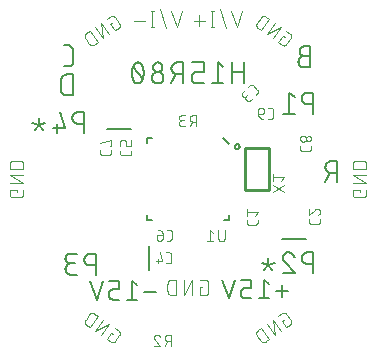
<source format=gbr>
G04 EAGLE Gerber RS-274X export*
G75*
%MOMM*%
%FSLAX34Y34*%
%LPD*%
%INSilkscreen Bottom*%
%IPPOS*%
%AMOC8*
5,1,8,0,0,1.08239X$1,22.5*%
G01*
%ADD10C,0.152400*%
%ADD11C,0.101600*%
%ADD12C,0.127000*%
%ADD13C,0.076200*%
%ADD14C,0.254000*%


D10*
X449636Y450730D02*
X444697Y450730D01*
X444557Y450728D01*
X444418Y450722D01*
X444278Y450712D01*
X444139Y450698D01*
X444000Y450681D01*
X443862Y450659D01*
X443725Y450633D01*
X443588Y450604D01*
X443452Y450571D01*
X443318Y450534D01*
X443184Y450493D01*
X443052Y450448D01*
X442920Y450399D01*
X442791Y450347D01*
X442663Y450292D01*
X442536Y450232D01*
X442411Y450169D01*
X442288Y450103D01*
X442167Y450033D01*
X442048Y449960D01*
X441931Y449883D01*
X441817Y449803D01*
X441704Y449720D01*
X441594Y449634D01*
X441487Y449544D01*
X441382Y449452D01*
X441280Y449357D01*
X441180Y449259D01*
X441083Y449158D01*
X440989Y449054D01*
X440899Y448948D01*
X440811Y448839D01*
X440726Y448728D01*
X440645Y448614D01*
X440566Y448499D01*
X440491Y448381D01*
X440420Y448261D01*
X440352Y448138D01*
X440287Y448015D01*
X440226Y447889D01*
X440168Y447761D01*
X440114Y447633D01*
X440064Y447502D01*
X440017Y447370D01*
X439974Y447237D01*
X439935Y447103D01*
X439900Y446968D01*
X439869Y446832D01*
X439841Y446694D01*
X439818Y446557D01*
X439798Y446418D01*
X439782Y446279D01*
X439770Y446140D01*
X439762Y446001D01*
X439758Y445861D01*
X439758Y445721D01*
X439762Y445581D01*
X439770Y445442D01*
X439782Y445303D01*
X439798Y445164D01*
X439818Y445025D01*
X439841Y444888D01*
X439869Y444750D01*
X439900Y444614D01*
X439935Y444479D01*
X439974Y444345D01*
X440017Y444212D01*
X440064Y444080D01*
X440114Y443949D01*
X440168Y443821D01*
X440226Y443693D01*
X440287Y443567D01*
X440352Y443444D01*
X440420Y443322D01*
X440491Y443201D01*
X440566Y443083D01*
X440645Y442968D01*
X440726Y442854D01*
X440811Y442743D01*
X440899Y442634D01*
X440989Y442528D01*
X441083Y442424D01*
X441180Y442323D01*
X441280Y442225D01*
X441382Y442130D01*
X441487Y442038D01*
X441594Y441948D01*
X441704Y441862D01*
X441817Y441779D01*
X441931Y441699D01*
X442048Y441622D01*
X442167Y441549D01*
X442288Y441479D01*
X442411Y441413D01*
X442536Y441350D01*
X442663Y441290D01*
X442791Y441235D01*
X442920Y441183D01*
X443052Y441134D01*
X443184Y441089D01*
X443318Y441048D01*
X443452Y441011D01*
X443588Y440978D01*
X443725Y440949D01*
X443862Y440923D01*
X444000Y440901D01*
X444139Y440884D01*
X444278Y440870D01*
X444418Y440860D01*
X444557Y440854D01*
X444697Y440852D01*
X444697Y440853D02*
X449636Y440853D01*
X449636Y458633D01*
X444697Y458633D01*
X444697Y458632D02*
X444573Y458630D01*
X444449Y458624D01*
X444325Y458614D01*
X444202Y458601D01*
X444079Y458583D01*
X443957Y458562D01*
X443835Y458537D01*
X443714Y458508D01*
X443595Y458475D01*
X443476Y458439D01*
X443359Y458398D01*
X443243Y458355D01*
X443128Y458307D01*
X443015Y458256D01*
X442903Y458201D01*
X442794Y458143D01*
X442686Y458082D01*
X442580Y458017D01*
X442476Y457949D01*
X442375Y457877D01*
X442275Y457803D01*
X442179Y457725D01*
X442084Y457645D01*
X441992Y457561D01*
X441903Y457475D01*
X441817Y457386D01*
X441733Y457294D01*
X441653Y457199D01*
X441575Y457103D01*
X441501Y457003D01*
X441429Y456902D01*
X441361Y456798D01*
X441296Y456692D01*
X441235Y456584D01*
X441177Y456475D01*
X441122Y456363D01*
X441071Y456250D01*
X441023Y456135D01*
X440980Y456019D01*
X440939Y455902D01*
X440903Y455783D01*
X440870Y455664D01*
X440841Y455543D01*
X440816Y455421D01*
X440795Y455299D01*
X440777Y455176D01*
X440764Y455053D01*
X440754Y454929D01*
X440748Y454805D01*
X440746Y454681D01*
X440748Y454557D01*
X440754Y454433D01*
X440764Y454309D01*
X440777Y454186D01*
X440795Y454063D01*
X440816Y453941D01*
X440841Y453819D01*
X440870Y453698D01*
X440903Y453579D01*
X440939Y453460D01*
X440980Y453343D01*
X441023Y453227D01*
X441071Y453112D01*
X441122Y452999D01*
X441177Y452887D01*
X441235Y452778D01*
X441296Y452670D01*
X441361Y452564D01*
X441429Y452460D01*
X441501Y452359D01*
X441575Y452259D01*
X441653Y452163D01*
X441733Y452068D01*
X441817Y451976D01*
X441903Y451887D01*
X441992Y451801D01*
X442084Y451717D01*
X442179Y451637D01*
X442275Y451559D01*
X442375Y451485D01*
X442476Y451413D01*
X442580Y451345D01*
X442686Y451280D01*
X442794Y451219D01*
X442903Y451161D01*
X443015Y451106D01*
X443128Y451055D01*
X443243Y451007D01*
X443359Y450964D01*
X443476Y450923D01*
X443595Y450887D01*
X443714Y450854D01*
X443835Y450825D01*
X443957Y450800D01*
X444079Y450779D01*
X444202Y450761D01*
X444325Y450748D01*
X444449Y450738D01*
X444573Y450732D01*
X444697Y450730D01*
X472412Y361381D02*
X472412Y343601D01*
X472412Y361381D02*
X467473Y361381D01*
X467333Y361379D01*
X467194Y361373D01*
X467054Y361363D01*
X466915Y361349D01*
X466776Y361332D01*
X466638Y361310D01*
X466501Y361284D01*
X466364Y361255D01*
X466228Y361222D01*
X466094Y361185D01*
X465960Y361144D01*
X465828Y361099D01*
X465696Y361050D01*
X465567Y360998D01*
X465439Y360943D01*
X465312Y360883D01*
X465187Y360820D01*
X465064Y360754D01*
X464943Y360684D01*
X464824Y360611D01*
X464707Y360534D01*
X464593Y360454D01*
X464480Y360371D01*
X464370Y360285D01*
X464263Y360195D01*
X464158Y360103D01*
X464056Y360008D01*
X463956Y359910D01*
X463859Y359809D01*
X463765Y359705D01*
X463675Y359599D01*
X463587Y359490D01*
X463502Y359379D01*
X463421Y359265D01*
X463342Y359150D01*
X463267Y359032D01*
X463196Y358912D01*
X463128Y358789D01*
X463063Y358666D01*
X463002Y358540D01*
X462944Y358412D01*
X462890Y358284D01*
X462840Y358153D01*
X462793Y358021D01*
X462750Y357888D01*
X462711Y357754D01*
X462676Y357619D01*
X462645Y357483D01*
X462617Y357345D01*
X462594Y357208D01*
X462574Y357069D01*
X462558Y356930D01*
X462546Y356791D01*
X462538Y356652D01*
X462534Y356512D01*
X462534Y356372D01*
X462538Y356232D01*
X462546Y356093D01*
X462558Y355954D01*
X462574Y355815D01*
X462594Y355676D01*
X462617Y355539D01*
X462645Y355401D01*
X462676Y355265D01*
X462711Y355130D01*
X462750Y354996D01*
X462793Y354863D01*
X462840Y354731D01*
X462890Y354600D01*
X462944Y354472D01*
X463002Y354344D01*
X463063Y354218D01*
X463128Y354095D01*
X463196Y353973D01*
X463267Y353852D01*
X463342Y353734D01*
X463421Y353619D01*
X463502Y353505D01*
X463587Y353394D01*
X463675Y353285D01*
X463765Y353179D01*
X463859Y353075D01*
X463956Y352974D01*
X464056Y352876D01*
X464158Y352781D01*
X464263Y352689D01*
X464370Y352599D01*
X464480Y352513D01*
X464593Y352430D01*
X464707Y352350D01*
X464824Y352273D01*
X464943Y352200D01*
X465064Y352130D01*
X465187Y352064D01*
X465312Y352001D01*
X465439Y351941D01*
X465567Y351886D01*
X465696Y351834D01*
X465828Y351785D01*
X465960Y351740D01*
X466094Y351699D01*
X466228Y351662D01*
X466364Y351629D01*
X466501Y351600D01*
X466638Y351574D01*
X466776Y351552D01*
X466915Y351535D01*
X467054Y351521D01*
X467194Y351511D01*
X467333Y351505D01*
X467473Y351503D01*
X472412Y351503D01*
X466485Y351503D02*
X462534Y343601D01*
X248630Y417055D02*
X248630Y434835D01*
X243692Y434835D01*
X243553Y434833D01*
X243415Y434827D01*
X243277Y434818D01*
X243139Y434804D01*
X243002Y434787D01*
X242865Y434765D01*
X242728Y434740D01*
X242593Y434711D01*
X242458Y434678D01*
X242325Y434642D01*
X242192Y434602D01*
X242061Y434558D01*
X241931Y434510D01*
X241802Y434459D01*
X241675Y434404D01*
X241549Y434346D01*
X241425Y434284D01*
X241303Y434219D01*
X241183Y434150D01*
X241064Y434078D01*
X240948Y434003D01*
X240834Y433924D01*
X240722Y433842D01*
X240613Y433757D01*
X240505Y433670D01*
X240401Y433579D01*
X240299Y433485D01*
X240200Y433388D01*
X240103Y433289D01*
X240009Y433187D01*
X239918Y433083D01*
X239831Y432975D01*
X239746Y432866D01*
X239664Y432754D01*
X239585Y432640D01*
X239510Y432524D01*
X239438Y432405D01*
X239369Y432285D01*
X239304Y432163D01*
X239242Y432039D01*
X239184Y431913D01*
X239129Y431786D01*
X239078Y431657D01*
X239030Y431527D01*
X238986Y431396D01*
X238946Y431263D01*
X238910Y431130D01*
X238877Y430995D01*
X238848Y430860D01*
X238823Y430723D01*
X238801Y430586D01*
X238784Y430449D01*
X238770Y430311D01*
X238761Y430173D01*
X238755Y430035D01*
X238753Y429896D01*
X238753Y421994D01*
X238755Y421855D01*
X238761Y421717D01*
X238770Y421579D01*
X238784Y421441D01*
X238801Y421304D01*
X238823Y421167D01*
X238848Y421030D01*
X238877Y420895D01*
X238910Y420760D01*
X238946Y420627D01*
X238986Y420494D01*
X239030Y420363D01*
X239078Y420233D01*
X239129Y420104D01*
X239184Y419977D01*
X239242Y419851D01*
X239304Y419727D01*
X239369Y419605D01*
X239438Y419485D01*
X239510Y419366D01*
X239585Y419250D01*
X239664Y419136D01*
X239746Y419024D01*
X239831Y418915D01*
X239918Y418807D01*
X240009Y418703D01*
X240103Y418601D01*
X240200Y418502D01*
X240299Y418405D01*
X240401Y418311D01*
X240505Y418220D01*
X240613Y418133D01*
X240722Y418048D01*
X240834Y417966D01*
X240948Y417887D01*
X241064Y417812D01*
X241183Y417740D01*
X241303Y417671D01*
X241425Y417606D01*
X241549Y417544D01*
X241675Y417486D01*
X241802Y417431D01*
X241931Y417380D01*
X242061Y417332D01*
X242192Y417288D01*
X242325Y417248D01*
X242458Y417212D01*
X242593Y417179D01*
X242728Y417150D01*
X242865Y417125D01*
X243002Y417103D01*
X243139Y417086D01*
X243277Y417072D01*
X243415Y417063D01*
X243553Y417057D01*
X243692Y417055D01*
X248630Y417055D01*
X244961Y441663D02*
X241010Y441663D01*
X244961Y441663D02*
X245085Y441665D01*
X245209Y441671D01*
X245333Y441681D01*
X245456Y441694D01*
X245579Y441712D01*
X245701Y441733D01*
X245823Y441758D01*
X245944Y441787D01*
X246063Y441820D01*
X246182Y441856D01*
X246299Y441897D01*
X246415Y441940D01*
X246530Y441988D01*
X246643Y442039D01*
X246755Y442094D01*
X246864Y442152D01*
X246972Y442213D01*
X247078Y442278D01*
X247182Y442346D01*
X247283Y442418D01*
X247383Y442492D01*
X247479Y442570D01*
X247574Y442650D01*
X247666Y442734D01*
X247755Y442820D01*
X247841Y442909D01*
X247925Y443001D01*
X248005Y443096D01*
X248083Y443192D01*
X248157Y443292D01*
X248229Y443393D01*
X248297Y443497D01*
X248362Y443603D01*
X248423Y443711D01*
X248481Y443820D01*
X248536Y443932D01*
X248587Y444045D01*
X248635Y444160D01*
X248678Y444276D01*
X248719Y444393D01*
X248755Y444512D01*
X248788Y444631D01*
X248817Y444752D01*
X248842Y444874D01*
X248863Y444996D01*
X248881Y445119D01*
X248894Y445242D01*
X248904Y445366D01*
X248910Y445490D01*
X248912Y445614D01*
X248912Y455492D01*
X248910Y455616D01*
X248904Y455740D01*
X248894Y455864D01*
X248881Y455987D01*
X248863Y456110D01*
X248842Y456232D01*
X248817Y456354D01*
X248788Y456475D01*
X248755Y456594D01*
X248719Y456713D01*
X248678Y456830D01*
X248635Y456946D01*
X248587Y457061D01*
X248536Y457174D01*
X248481Y457286D01*
X248423Y457395D01*
X248362Y457503D01*
X248297Y457609D01*
X248229Y457713D01*
X248157Y457814D01*
X248083Y457914D01*
X248005Y458010D01*
X247925Y458105D01*
X247841Y458197D01*
X247755Y458286D01*
X247666Y458372D01*
X247574Y458456D01*
X247479Y458536D01*
X247383Y458614D01*
X247283Y458688D01*
X247182Y458760D01*
X247078Y458828D01*
X246972Y458893D01*
X246864Y458954D01*
X246755Y459012D01*
X246643Y459067D01*
X246530Y459118D01*
X246416Y459166D01*
X246299Y459209D01*
X246182Y459250D01*
X246063Y459286D01*
X245944Y459319D01*
X245823Y459348D01*
X245701Y459373D01*
X245579Y459394D01*
X245456Y459412D01*
X245333Y459425D01*
X245209Y459435D01*
X245085Y459441D01*
X244961Y459443D01*
X241010Y459443D01*
D11*
X426501Y467300D02*
X428096Y466183D01*
X426501Y467300D02*
X422778Y461983D01*
X425968Y459749D01*
X426051Y459694D01*
X426135Y459642D01*
X426222Y459593D01*
X426310Y459547D01*
X426400Y459505D01*
X426492Y459466D01*
X426585Y459431D01*
X426679Y459399D01*
X426774Y459371D01*
X426871Y459347D01*
X426968Y459326D01*
X427066Y459310D01*
X427165Y459296D01*
X427264Y459287D01*
X427363Y459282D01*
X427463Y459280D01*
X427562Y459282D01*
X427661Y459288D01*
X427760Y459298D01*
X427859Y459311D01*
X427957Y459329D01*
X428054Y459350D01*
X428150Y459374D01*
X428246Y459403D01*
X428340Y459435D01*
X428433Y459470D01*
X428524Y459509D01*
X428614Y459552D01*
X428702Y459598D01*
X428788Y459647D01*
X428873Y459700D01*
X428955Y459756D01*
X429035Y459815D01*
X429113Y459877D01*
X429188Y459942D01*
X429261Y460009D01*
X429331Y460080D01*
X429399Y460153D01*
X429463Y460229D01*
X429525Y460307D01*
X429584Y460387D01*
X433307Y465704D01*
X433362Y465787D01*
X433414Y465871D01*
X433463Y465958D01*
X433509Y466046D01*
X433551Y466136D01*
X433590Y466228D01*
X433625Y466321D01*
X433657Y466415D01*
X433685Y466510D01*
X433709Y466607D01*
X433730Y466704D01*
X433746Y466802D01*
X433760Y466901D01*
X433769Y467000D01*
X433774Y467099D01*
X433776Y467199D01*
X433774Y467298D01*
X433768Y467397D01*
X433758Y467496D01*
X433745Y467595D01*
X433727Y467693D01*
X433706Y467790D01*
X433682Y467886D01*
X433653Y467982D01*
X433621Y468076D01*
X433586Y468169D01*
X433547Y468260D01*
X433504Y468350D01*
X433458Y468438D01*
X433409Y468524D01*
X433356Y468609D01*
X433300Y468691D01*
X433241Y468771D01*
X433179Y468849D01*
X433114Y468924D01*
X433047Y468997D01*
X432976Y469067D01*
X432903Y469135D01*
X432827Y469199D01*
X432749Y469261D01*
X432669Y469320D01*
X432670Y469320D02*
X429479Y471554D01*
X424810Y474824D02*
X418108Y465253D01*
X412791Y468976D02*
X424810Y474824D01*
X419492Y478547D02*
X412791Y468976D01*
X408121Y472246D02*
X414822Y481817D01*
X412164Y483678D01*
X412164Y483679D02*
X412070Y483742D01*
X411974Y483802D01*
X411876Y483859D01*
X411776Y483912D01*
X411674Y483962D01*
X411570Y484008D01*
X411465Y484050D01*
X411359Y484089D01*
X411251Y484124D01*
X411142Y484155D01*
X411032Y484183D01*
X410921Y484206D01*
X410810Y484226D01*
X410698Y484242D01*
X410585Y484254D01*
X410472Y484262D01*
X410359Y484266D01*
X410245Y484266D01*
X410132Y484262D01*
X410019Y484254D01*
X409906Y484242D01*
X409794Y484226D01*
X409683Y484206D01*
X409572Y484183D01*
X409462Y484155D01*
X409353Y484124D01*
X409245Y484089D01*
X409139Y484050D01*
X409034Y484008D01*
X408930Y483962D01*
X408828Y483912D01*
X408728Y483859D01*
X408630Y483802D01*
X408534Y483742D01*
X408440Y483679D01*
X408349Y483612D01*
X408259Y483543D01*
X408172Y483470D01*
X408088Y483394D01*
X408007Y483315D01*
X407928Y483234D01*
X407852Y483150D01*
X407779Y483063D01*
X407710Y482974D01*
X407643Y482882D01*
X407644Y482881D02*
X404665Y478628D01*
X404602Y478534D01*
X404542Y478438D01*
X404485Y478340D01*
X404432Y478240D01*
X404382Y478138D01*
X404336Y478034D01*
X404294Y477929D01*
X404255Y477823D01*
X404220Y477715D01*
X404189Y477606D01*
X404161Y477496D01*
X404138Y477385D01*
X404118Y477274D01*
X404102Y477162D01*
X404090Y477049D01*
X404082Y476936D01*
X404078Y476823D01*
X404078Y476709D01*
X404082Y476596D01*
X404090Y476483D01*
X404102Y476370D01*
X404118Y476258D01*
X404138Y476147D01*
X404161Y476036D01*
X404189Y475926D01*
X404220Y475817D01*
X404255Y475709D01*
X404294Y475603D01*
X404336Y475498D01*
X404382Y475394D01*
X404432Y475292D01*
X404485Y475192D01*
X404542Y475094D01*
X404602Y474998D01*
X404665Y474904D01*
X404732Y474812D01*
X404801Y474723D01*
X404874Y474636D01*
X404950Y474552D01*
X405029Y474471D01*
X405110Y474392D01*
X405194Y474316D01*
X405281Y474243D01*
X405371Y474174D01*
X405462Y474107D01*
X408121Y472246D01*
X492049Y337254D02*
X492049Y335306D01*
X492049Y337254D02*
X485558Y337254D01*
X485558Y333359D01*
X485560Y333260D01*
X485566Y333160D01*
X485575Y333061D01*
X485588Y332963D01*
X485605Y332865D01*
X485626Y332767D01*
X485651Y332671D01*
X485679Y332576D01*
X485711Y332482D01*
X485746Y332389D01*
X485785Y332297D01*
X485828Y332207D01*
X485873Y332119D01*
X485923Y332032D01*
X485975Y331948D01*
X486031Y331865D01*
X486089Y331785D01*
X486151Y331707D01*
X486216Y331632D01*
X486284Y331559D01*
X486354Y331489D01*
X486427Y331421D01*
X486502Y331356D01*
X486580Y331294D01*
X486660Y331236D01*
X486743Y331180D01*
X486827Y331128D01*
X486914Y331078D01*
X487002Y331033D01*
X487092Y330990D01*
X487184Y330951D01*
X487277Y330916D01*
X487371Y330884D01*
X487466Y330856D01*
X487562Y330831D01*
X487660Y330810D01*
X487758Y330793D01*
X487856Y330780D01*
X487955Y330771D01*
X488055Y330765D01*
X488154Y330763D01*
X494646Y330763D01*
X494745Y330765D01*
X494845Y330771D01*
X494944Y330780D01*
X495042Y330793D01*
X495140Y330810D01*
X495238Y330831D01*
X495334Y330856D01*
X495429Y330884D01*
X495523Y330916D01*
X495616Y330951D01*
X495708Y330990D01*
X495798Y331033D01*
X495886Y331078D01*
X495973Y331128D01*
X496057Y331180D01*
X496140Y331236D01*
X496220Y331294D01*
X496298Y331356D01*
X496373Y331421D01*
X496446Y331489D01*
X496516Y331559D01*
X496584Y331632D01*
X496649Y331707D01*
X496711Y331785D01*
X496769Y331865D01*
X496825Y331948D01*
X496877Y332032D01*
X496927Y332119D01*
X496972Y332207D01*
X497015Y332297D01*
X497054Y332389D01*
X497089Y332481D01*
X497121Y332576D01*
X497149Y332671D01*
X497174Y332767D01*
X497195Y332865D01*
X497212Y332963D01*
X497225Y333061D01*
X497234Y333160D01*
X497240Y333260D01*
X497242Y333359D01*
X497242Y337254D01*
X497242Y342954D02*
X485558Y342954D01*
X485558Y349446D02*
X497242Y342954D01*
X497242Y349446D02*
X485558Y349446D01*
X485558Y355146D02*
X497242Y355146D01*
X497242Y358392D01*
X497240Y358505D01*
X497234Y358618D01*
X497224Y358731D01*
X497210Y358844D01*
X497193Y358956D01*
X497171Y359067D01*
X497146Y359177D01*
X497116Y359287D01*
X497083Y359395D01*
X497046Y359502D01*
X497006Y359608D01*
X496961Y359712D01*
X496913Y359815D01*
X496862Y359916D01*
X496807Y360015D01*
X496749Y360112D01*
X496687Y360207D01*
X496622Y360300D01*
X496554Y360390D01*
X496483Y360478D01*
X496408Y360564D01*
X496331Y360647D01*
X496251Y360727D01*
X496168Y360804D01*
X496082Y360879D01*
X495994Y360950D01*
X495904Y361018D01*
X495811Y361083D01*
X495716Y361145D01*
X495619Y361203D01*
X495520Y361258D01*
X495419Y361309D01*
X495316Y361357D01*
X495212Y361402D01*
X495106Y361442D01*
X494999Y361479D01*
X494891Y361512D01*
X494781Y361542D01*
X494671Y361567D01*
X494560Y361589D01*
X494448Y361606D01*
X494335Y361620D01*
X494222Y361630D01*
X494109Y361636D01*
X493996Y361638D01*
X488804Y361638D01*
X488691Y361636D01*
X488578Y361630D01*
X488465Y361620D01*
X488352Y361606D01*
X488240Y361589D01*
X488129Y361567D01*
X488019Y361542D01*
X487909Y361512D01*
X487801Y361479D01*
X487694Y361442D01*
X487588Y361402D01*
X487484Y361357D01*
X487381Y361309D01*
X487280Y361258D01*
X487181Y361203D01*
X487084Y361145D01*
X486989Y361083D01*
X486896Y361018D01*
X486806Y360950D01*
X486718Y360879D01*
X486632Y360804D01*
X486549Y360727D01*
X486469Y360647D01*
X486392Y360564D01*
X486317Y360478D01*
X486246Y360390D01*
X486178Y360300D01*
X486113Y360207D01*
X486051Y360112D01*
X485993Y360015D01*
X485938Y359916D01*
X485887Y359815D01*
X485839Y359712D01*
X485794Y359608D01*
X485754Y359502D01*
X485717Y359395D01*
X485684Y359287D01*
X485654Y359177D01*
X485629Y359067D01*
X485607Y358956D01*
X485590Y358844D01*
X485576Y358731D01*
X485566Y358618D01*
X485560Y358505D01*
X485558Y358392D01*
X485558Y355146D01*
X427351Y227280D02*
X425756Y226163D01*
X429479Y220846D01*
X432670Y223080D01*
X432669Y223080D02*
X432749Y223139D01*
X432827Y223201D01*
X432903Y223265D01*
X432976Y223333D01*
X433047Y223403D01*
X433114Y223476D01*
X433179Y223551D01*
X433241Y223629D01*
X433300Y223709D01*
X433356Y223791D01*
X433409Y223876D01*
X433458Y223962D01*
X433504Y224050D01*
X433547Y224140D01*
X433586Y224231D01*
X433621Y224324D01*
X433653Y224418D01*
X433682Y224514D01*
X433706Y224610D01*
X433727Y224707D01*
X433745Y224805D01*
X433758Y224904D01*
X433768Y225003D01*
X433774Y225102D01*
X433776Y225201D01*
X433774Y225301D01*
X433769Y225400D01*
X433759Y225499D01*
X433746Y225598D01*
X433730Y225696D01*
X433709Y225793D01*
X433685Y225890D01*
X433657Y225985D01*
X433625Y226079D01*
X433590Y226172D01*
X433551Y226264D01*
X433509Y226354D01*
X433463Y226442D01*
X433414Y226529D01*
X433362Y226613D01*
X433307Y226696D01*
X429584Y232013D01*
X429525Y232093D01*
X429463Y232171D01*
X429399Y232247D01*
X429331Y232320D01*
X429261Y232391D01*
X429188Y232458D01*
X429113Y232523D01*
X429035Y232585D01*
X428955Y232644D01*
X428873Y232700D01*
X428788Y232753D01*
X428702Y232802D01*
X428614Y232848D01*
X428524Y232891D01*
X428433Y232930D01*
X428340Y232965D01*
X428246Y232997D01*
X428150Y233026D01*
X428054Y233050D01*
X427957Y233071D01*
X427859Y233089D01*
X427760Y233102D01*
X427661Y233112D01*
X427562Y233118D01*
X427463Y233120D01*
X427363Y233118D01*
X427264Y233113D01*
X427165Y233104D01*
X427066Y233090D01*
X426968Y233074D01*
X426871Y233053D01*
X426774Y233029D01*
X426679Y233001D01*
X426585Y232969D01*
X426492Y232934D01*
X426400Y232895D01*
X426310Y232853D01*
X426222Y232807D01*
X426135Y232758D01*
X426051Y232706D01*
X425968Y232651D01*
X422778Y230417D01*
X418108Y227147D02*
X424809Y217576D01*
X419492Y213853D02*
X418108Y227147D01*
X412791Y223424D02*
X419492Y213853D01*
X414822Y210583D02*
X408121Y220154D01*
X405462Y218292D01*
X405462Y218293D02*
X405371Y218226D01*
X405281Y218157D01*
X405194Y218084D01*
X405110Y218008D01*
X405029Y217929D01*
X404950Y217848D01*
X404874Y217764D01*
X404801Y217677D01*
X404732Y217588D01*
X404665Y217496D01*
X404602Y217402D01*
X404542Y217306D01*
X404485Y217208D01*
X404432Y217108D01*
X404382Y217006D01*
X404336Y216902D01*
X404294Y216797D01*
X404255Y216691D01*
X404220Y216583D01*
X404189Y216474D01*
X404161Y216364D01*
X404138Y216253D01*
X404118Y216142D01*
X404102Y216030D01*
X404090Y215917D01*
X404082Y215804D01*
X404078Y215691D01*
X404078Y215577D01*
X404082Y215464D01*
X404090Y215351D01*
X404102Y215238D01*
X404118Y215126D01*
X404138Y215015D01*
X404161Y214904D01*
X404189Y214794D01*
X404220Y214685D01*
X404255Y214577D01*
X404294Y214471D01*
X404336Y214366D01*
X404382Y214262D01*
X404432Y214160D01*
X404485Y214060D01*
X404542Y213962D01*
X404602Y213866D01*
X404665Y213772D01*
X407644Y209518D01*
X407643Y209518D02*
X407710Y209427D01*
X407779Y209337D01*
X407852Y209250D01*
X407928Y209166D01*
X408007Y209085D01*
X408088Y209006D01*
X408172Y208930D01*
X408259Y208857D01*
X408349Y208788D01*
X408440Y208721D01*
X408534Y208658D01*
X408630Y208598D01*
X408728Y208541D01*
X408828Y208488D01*
X408930Y208438D01*
X409034Y208392D01*
X409139Y208350D01*
X409245Y208311D01*
X409353Y208276D01*
X409462Y208245D01*
X409572Y208217D01*
X409683Y208194D01*
X409794Y208174D01*
X409906Y208158D01*
X410019Y208146D01*
X410132Y208138D01*
X410245Y208134D01*
X410359Y208134D01*
X410472Y208138D01*
X410585Y208146D01*
X410698Y208158D01*
X410810Y208174D01*
X410921Y208194D01*
X411032Y208217D01*
X411142Y208245D01*
X411251Y208276D01*
X411359Y208311D01*
X411465Y208350D01*
X411570Y208392D01*
X411674Y208438D01*
X411776Y208488D01*
X411876Y208541D01*
X411974Y208598D01*
X412070Y208658D01*
X412164Y208721D01*
X414822Y210583D01*
X282896Y214783D02*
X281301Y215900D01*
X277578Y210583D01*
X280768Y208349D01*
X280851Y208294D01*
X280935Y208242D01*
X281022Y208193D01*
X281110Y208147D01*
X281200Y208105D01*
X281292Y208066D01*
X281385Y208031D01*
X281479Y207999D01*
X281574Y207971D01*
X281671Y207947D01*
X281768Y207926D01*
X281866Y207910D01*
X281965Y207896D01*
X282064Y207887D01*
X282163Y207882D01*
X282263Y207880D01*
X282362Y207882D01*
X282461Y207888D01*
X282560Y207898D01*
X282659Y207911D01*
X282757Y207929D01*
X282854Y207950D01*
X282950Y207974D01*
X283046Y208003D01*
X283140Y208035D01*
X283233Y208070D01*
X283324Y208109D01*
X283414Y208152D01*
X283502Y208198D01*
X283588Y208247D01*
X283673Y208300D01*
X283755Y208356D01*
X283835Y208415D01*
X283913Y208477D01*
X283988Y208542D01*
X284061Y208609D01*
X284131Y208680D01*
X284199Y208753D01*
X284263Y208829D01*
X284325Y208907D01*
X284384Y208987D01*
X288107Y214304D01*
X288162Y214387D01*
X288214Y214471D01*
X288263Y214558D01*
X288309Y214646D01*
X288351Y214736D01*
X288390Y214828D01*
X288425Y214921D01*
X288457Y215015D01*
X288485Y215110D01*
X288509Y215207D01*
X288530Y215304D01*
X288546Y215402D01*
X288560Y215501D01*
X288569Y215600D01*
X288574Y215699D01*
X288576Y215799D01*
X288574Y215898D01*
X288568Y215997D01*
X288558Y216096D01*
X288545Y216195D01*
X288527Y216293D01*
X288506Y216390D01*
X288482Y216486D01*
X288453Y216582D01*
X288421Y216676D01*
X288386Y216769D01*
X288347Y216860D01*
X288304Y216950D01*
X288258Y217038D01*
X288209Y217124D01*
X288156Y217209D01*
X288100Y217291D01*
X288041Y217371D01*
X287979Y217449D01*
X287914Y217524D01*
X287847Y217597D01*
X287776Y217667D01*
X287703Y217735D01*
X287627Y217799D01*
X287549Y217861D01*
X287469Y217920D01*
X287470Y217920D02*
X284279Y220154D01*
X279610Y223424D02*
X272908Y213853D01*
X267591Y217576D02*
X279610Y223424D01*
X274292Y227147D02*
X267591Y217576D01*
X262921Y220846D02*
X269622Y230417D01*
X266964Y232278D01*
X266964Y232279D02*
X266870Y232342D01*
X266774Y232402D01*
X266676Y232459D01*
X266576Y232512D01*
X266474Y232562D01*
X266370Y232608D01*
X266265Y232650D01*
X266159Y232689D01*
X266051Y232724D01*
X265942Y232755D01*
X265832Y232783D01*
X265721Y232806D01*
X265610Y232826D01*
X265498Y232842D01*
X265385Y232854D01*
X265272Y232862D01*
X265159Y232866D01*
X265045Y232866D01*
X264932Y232862D01*
X264819Y232854D01*
X264706Y232842D01*
X264594Y232826D01*
X264483Y232806D01*
X264372Y232783D01*
X264262Y232755D01*
X264153Y232724D01*
X264045Y232689D01*
X263939Y232650D01*
X263834Y232608D01*
X263730Y232562D01*
X263628Y232512D01*
X263528Y232459D01*
X263430Y232402D01*
X263334Y232342D01*
X263240Y232279D01*
X263149Y232212D01*
X263059Y232143D01*
X262972Y232070D01*
X262888Y231994D01*
X262807Y231915D01*
X262728Y231834D01*
X262652Y231750D01*
X262579Y231663D01*
X262510Y231574D01*
X262443Y231482D01*
X262444Y231481D02*
X259465Y227228D01*
X259402Y227134D01*
X259342Y227038D01*
X259285Y226940D01*
X259232Y226840D01*
X259182Y226738D01*
X259136Y226634D01*
X259094Y226529D01*
X259055Y226423D01*
X259020Y226315D01*
X258989Y226206D01*
X258961Y226096D01*
X258938Y225985D01*
X258918Y225874D01*
X258902Y225762D01*
X258890Y225649D01*
X258882Y225536D01*
X258878Y225423D01*
X258878Y225309D01*
X258882Y225196D01*
X258890Y225083D01*
X258902Y224970D01*
X258918Y224858D01*
X258938Y224747D01*
X258961Y224636D01*
X258989Y224526D01*
X259020Y224417D01*
X259055Y224309D01*
X259094Y224203D01*
X259136Y224098D01*
X259182Y223994D01*
X259232Y223892D01*
X259285Y223792D01*
X259342Y223694D01*
X259402Y223598D01*
X259465Y223504D01*
X259532Y223412D01*
X259601Y223323D01*
X259674Y223236D01*
X259750Y223152D01*
X259829Y223071D01*
X259910Y222992D01*
X259994Y222916D01*
X260081Y222843D01*
X260171Y222774D01*
X260262Y222707D01*
X262921Y220846D01*
X201649Y335306D02*
X201649Y337254D01*
X195158Y337254D01*
X195158Y333359D01*
X195160Y333260D01*
X195166Y333160D01*
X195175Y333061D01*
X195188Y332963D01*
X195205Y332865D01*
X195226Y332767D01*
X195251Y332671D01*
X195279Y332576D01*
X195311Y332482D01*
X195346Y332389D01*
X195385Y332297D01*
X195428Y332207D01*
X195473Y332119D01*
X195523Y332032D01*
X195575Y331948D01*
X195631Y331865D01*
X195689Y331785D01*
X195751Y331707D01*
X195816Y331632D01*
X195884Y331559D01*
X195954Y331489D01*
X196027Y331421D01*
X196102Y331356D01*
X196180Y331294D01*
X196260Y331236D01*
X196343Y331180D01*
X196427Y331128D01*
X196514Y331078D01*
X196602Y331033D01*
X196692Y330990D01*
X196784Y330951D01*
X196877Y330916D01*
X196971Y330884D01*
X197066Y330856D01*
X197162Y330831D01*
X197260Y330810D01*
X197358Y330793D01*
X197456Y330780D01*
X197555Y330771D01*
X197655Y330765D01*
X197754Y330763D01*
X204246Y330763D01*
X204345Y330765D01*
X204445Y330771D01*
X204544Y330780D01*
X204642Y330793D01*
X204740Y330810D01*
X204838Y330831D01*
X204934Y330856D01*
X205029Y330884D01*
X205123Y330916D01*
X205216Y330951D01*
X205308Y330990D01*
X205398Y331033D01*
X205486Y331078D01*
X205573Y331128D01*
X205657Y331180D01*
X205740Y331236D01*
X205820Y331294D01*
X205898Y331356D01*
X205973Y331421D01*
X206046Y331489D01*
X206116Y331559D01*
X206184Y331632D01*
X206249Y331707D01*
X206311Y331785D01*
X206369Y331865D01*
X206425Y331948D01*
X206477Y332032D01*
X206527Y332119D01*
X206572Y332207D01*
X206615Y332297D01*
X206654Y332389D01*
X206689Y332481D01*
X206721Y332576D01*
X206749Y332671D01*
X206774Y332767D01*
X206795Y332865D01*
X206812Y332963D01*
X206825Y333061D01*
X206834Y333160D01*
X206840Y333260D01*
X206842Y333359D01*
X206842Y337254D01*
X206842Y342954D02*
X195158Y342954D01*
X195158Y349446D02*
X206842Y342954D01*
X206842Y349446D02*
X195158Y349446D01*
X195158Y355146D02*
X206842Y355146D01*
X206842Y358392D01*
X206840Y358505D01*
X206834Y358618D01*
X206824Y358731D01*
X206810Y358844D01*
X206793Y358956D01*
X206771Y359067D01*
X206746Y359177D01*
X206716Y359287D01*
X206683Y359395D01*
X206646Y359502D01*
X206606Y359608D01*
X206561Y359712D01*
X206513Y359815D01*
X206462Y359916D01*
X206407Y360015D01*
X206349Y360112D01*
X206287Y360207D01*
X206222Y360300D01*
X206154Y360390D01*
X206083Y360478D01*
X206008Y360564D01*
X205931Y360647D01*
X205851Y360727D01*
X205768Y360804D01*
X205682Y360879D01*
X205594Y360950D01*
X205504Y361018D01*
X205411Y361083D01*
X205316Y361145D01*
X205219Y361203D01*
X205120Y361258D01*
X205019Y361309D01*
X204916Y361357D01*
X204812Y361402D01*
X204706Y361442D01*
X204599Y361479D01*
X204491Y361512D01*
X204381Y361542D01*
X204271Y361567D01*
X204160Y361589D01*
X204048Y361606D01*
X203935Y361620D01*
X203822Y361630D01*
X203709Y361636D01*
X203596Y361638D01*
X198404Y361638D01*
X198291Y361636D01*
X198178Y361630D01*
X198065Y361620D01*
X197952Y361606D01*
X197840Y361589D01*
X197729Y361567D01*
X197619Y361542D01*
X197509Y361512D01*
X197401Y361479D01*
X197294Y361442D01*
X197188Y361402D01*
X197084Y361357D01*
X196981Y361309D01*
X196880Y361258D01*
X196781Y361203D01*
X196684Y361145D01*
X196589Y361083D01*
X196496Y361018D01*
X196406Y360950D01*
X196318Y360879D01*
X196232Y360804D01*
X196149Y360727D01*
X196069Y360647D01*
X195992Y360564D01*
X195917Y360478D01*
X195846Y360390D01*
X195778Y360300D01*
X195713Y360207D01*
X195651Y360112D01*
X195593Y360015D01*
X195538Y359916D01*
X195487Y359815D01*
X195439Y359712D01*
X195394Y359608D01*
X195354Y359502D01*
X195317Y359395D01*
X195284Y359287D01*
X195254Y359177D01*
X195229Y359067D01*
X195207Y358956D01*
X195190Y358844D01*
X195176Y358731D01*
X195166Y358618D01*
X195160Y358505D01*
X195158Y358392D01*
X195158Y355146D01*
X280556Y477563D02*
X282151Y478680D01*
X280556Y477563D02*
X284279Y472246D01*
X287470Y474480D01*
X287469Y474480D02*
X287549Y474539D01*
X287627Y474601D01*
X287703Y474665D01*
X287776Y474733D01*
X287847Y474803D01*
X287914Y474876D01*
X287979Y474951D01*
X288041Y475029D01*
X288100Y475109D01*
X288156Y475191D01*
X288209Y475276D01*
X288258Y475362D01*
X288304Y475450D01*
X288347Y475540D01*
X288386Y475631D01*
X288421Y475724D01*
X288453Y475818D01*
X288482Y475914D01*
X288506Y476010D01*
X288527Y476107D01*
X288545Y476205D01*
X288558Y476304D01*
X288568Y476403D01*
X288574Y476502D01*
X288576Y476601D01*
X288574Y476701D01*
X288569Y476800D01*
X288559Y476899D01*
X288546Y476998D01*
X288530Y477096D01*
X288509Y477193D01*
X288485Y477290D01*
X288457Y477385D01*
X288425Y477479D01*
X288390Y477572D01*
X288351Y477664D01*
X288309Y477754D01*
X288263Y477842D01*
X288214Y477929D01*
X288162Y478013D01*
X288107Y478096D01*
X284384Y483413D01*
X284325Y483493D01*
X284263Y483571D01*
X284199Y483647D01*
X284131Y483720D01*
X284061Y483791D01*
X283988Y483858D01*
X283913Y483923D01*
X283835Y483985D01*
X283755Y484044D01*
X283673Y484100D01*
X283588Y484153D01*
X283502Y484202D01*
X283414Y484248D01*
X283324Y484291D01*
X283233Y484330D01*
X283140Y484365D01*
X283046Y484397D01*
X282950Y484426D01*
X282854Y484450D01*
X282757Y484471D01*
X282659Y484489D01*
X282560Y484502D01*
X282461Y484512D01*
X282362Y484518D01*
X282263Y484520D01*
X282163Y484518D01*
X282064Y484513D01*
X281965Y484504D01*
X281866Y484490D01*
X281768Y484474D01*
X281671Y484453D01*
X281574Y484429D01*
X281479Y484401D01*
X281385Y484369D01*
X281292Y484334D01*
X281200Y484295D01*
X281110Y484253D01*
X281022Y484207D01*
X280935Y484158D01*
X280851Y484106D01*
X280768Y484051D01*
X277578Y481817D01*
X272908Y478547D02*
X279609Y468976D01*
X274292Y465253D02*
X272908Y478547D01*
X267591Y474824D02*
X274292Y465253D01*
X269622Y461983D02*
X262921Y471554D01*
X260262Y469692D01*
X260262Y469693D02*
X260171Y469626D01*
X260081Y469557D01*
X259994Y469484D01*
X259910Y469408D01*
X259829Y469329D01*
X259750Y469248D01*
X259674Y469164D01*
X259601Y469077D01*
X259532Y468988D01*
X259465Y468896D01*
X259402Y468802D01*
X259342Y468706D01*
X259285Y468608D01*
X259232Y468508D01*
X259182Y468406D01*
X259136Y468302D01*
X259094Y468197D01*
X259055Y468091D01*
X259020Y467983D01*
X258989Y467874D01*
X258961Y467764D01*
X258938Y467653D01*
X258918Y467542D01*
X258902Y467430D01*
X258890Y467317D01*
X258882Y467204D01*
X258878Y467091D01*
X258878Y466977D01*
X258882Y466864D01*
X258890Y466751D01*
X258902Y466638D01*
X258918Y466526D01*
X258938Y466415D01*
X258961Y466304D01*
X258989Y466194D01*
X259020Y466085D01*
X259055Y465977D01*
X259094Y465871D01*
X259136Y465766D01*
X259182Y465662D01*
X259232Y465560D01*
X259285Y465460D01*
X259342Y465362D01*
X259402Y465266D01*
X259465Y465172D01*
X262444Y460918D01*
X262443Y460918D02*
X262510Y460827D01*
X262579Y460737D01*
X262652Y460650D01*
X262728Y460566D01*
X262807Y460485D01*
X262888Y460406D01*
X262972Y460330D01*
X263059Y460257D01*
X263149Y460188D01*
X263240Y460121D01*
X263334Y460058D01*
X263430Y459998D01*
X263528Y459941D01*
X263628Y459888D01*
X263730Y459838D01*
X263834Y459792D01*
X263939Y459750D01*
X264045Y459711D01*
X264153Y459676D01*
X264262Y459645D01*
X264372Y459617D01*
X264483Y459594D01*
X264594Y459574D01*
X264706Y459558D01*
X264819Y459546D01*
X264932Y459538D01*
X265045Y459534D01*
X265159Y459534D01*
X265272Y459538D01*
X265385Y459546D01*
X265498Y459558D01*
X265610Y459574D01*
X265721Y459594D01*
X265832Y459617D01*
X265942Y459645D01*
X266051Y459676D01*
X266159Y459711D01*
X266265Y459750D01*
X266370Y459792D01*
X266474Y459838D01*
X266576Y459888D01*
X266676Y459941D01*
X266774Y459998D01*
X266870Y460058D01*
X266964Y460121D01*
X269622Y461983D01*
D10*
X452456Y419510D02*
X452456Y401730D01*
X452456Y419510D02*
X447518Y419510D01*
X447378Y419508D01*
X447239Y419502D01*
X447099Y419492D01*
X446960Y419478D01*
X446821Y419461D01*
X446683Y419439D01*
X446546Y419413D01*
X446409Y419384D01*
X446273Y419351D01*
X446139Y419314D01*
X446005Y419273D01*
X445873Y419228D01*
X445741Y419179D01*
X445612Y419127D01*
X445484Y419072D01*
X445357Y419012D01*
X445232Y418949D01*
X445109Y418883D01*
X444988Y418813D01*
X444869Y418740D01*
X444752Y418663D01*
X444638Y418583D01*
X444525Y418500D01*
X444415Y418414D01*
X444308Y418324D01*
X444203Y418232D01*
X444101Y418137D01*
X444001Y418039D01*
X443904Y417938D01*
X443810Y417834D01*
X443720Y417728D01*
X443632Y417619D01*
X443547Y417508D01*
X443466Y417394D01*
X443387Y417279D01*
X443312Y417161D01*
X443241Y417041D01*
X443173Y416918D01*
X443108Y416795D01*
X443047Y416669D01*
X442989Y416541D01*
X442935Y416413D01*
X442885Y416282D01*
X442838Y416150D01*
X442795Y416017D01*
X442756Y415883D01*
X442721Y415748D01*
X442690Y415612D01*
X442662Y415474D01*
X442639Y415337D01*
X442619Y415198D01*
X442603Y415059D01*
X442591Y414920D01*
X442583Y414781D01*
X442579Y414641D01*
X442579Y414501D01*
X442583Y414361D01*
X442591Y414222D01*
X442603Y414083D01*
X442619Y413944D01*
X442639Y413805D01*
X442662Y413668D01*
X442690Y413530D01*
X442721Y413394D01*
X442756Y413259D01*
X442795Y413125D01*
X442838Y412992D01*
X442885Y412860D01*
X442935Y412729D01*
X442989Y412601D01*
X443047Y412473D01*
X443108Y412347D01*
X443173Y412224D01*
X443241Y412102D01*
X443312Y411981D01*
X443387Y411863D01*
X443466Y411748D01*
X443547Y411634D01*
X443632Y411523D01*
X443720Y411414D01*
X443810Y411308D01*
X443904Y411204D01*
X444001Y411103D01*
X444101Y411005D01*
X444203Y410910D01*
X444308Y410818D01*
X444415Y410728D01*
X444525Y410642D01*
X444638Y410559D01*
X444752Y410479D01*
X444869Y410402D01*
X444988Y410329D01*
X445109Y410259D01*
X445232Y410193D01*
X445357Y410130D01*
X445484Y410070D01*
X445612Y410015D01*
X445741Y409963D01*
X445873Y409914D01*
X446005Y409869D01*
X446139Y409828D01*
X446273Y409791D01*
X446409Y409758D01*
X446546Y409729D01*
X446683Y409703D01*
X446821Y409681D01*
X446960Y409664D01*
X447099Y409650D01*
X447239Y409640D01*
X447378Y409634D01*
X447518Y409632D01*
X452456Y409632D01*
X436461Y415559D02*
X431522Y419510D01*
X431522Y401730D01*
X426584Y401730D02*
X436461Y401730D01*
X452468Y284320D02*
X452468Y266540D01*
X452468Y284320D02*
X447529Y284320D01*
X447389Y284318D01*
X447250Y284312D01*
X447110Y284302D01*
X446971Y284288D01*
X446832Y284271D01*
X446694Y284249D01*
X446557Y284223D01*
X446420Y284194D01*
X446284Y284161D01*
X446150Y284124D01*
X446016Y284083D01*
X445884Y284038D01*
X445752Y283989D01*
X445623Y283937D01*
X445495Y283882D01*
X445368Y283822D01*
X445243Y283759D01*
X445120Y283693D01*
X444999Y283623D01*
X444880Y283550D01*
X444763Y283473D01*
X444649Y283393D01*
X444536Y283310D01*
X444426Y283224D01*
X444319Y283134D01*
X444214Y283042D01*
X444112Y282947D01*
X444012Y282849D01*
X443915Y282748D01*
X443821Y282644D01*
X443731Y282538D01*
X443643Y282429D01*
X443558Y282318D01*
X443477Y282204D01*
X443398Y282089D01*
X443323Y281971D01*
X443252Y281851D01*
X443184Y281728D01*
X443119Y281605D01*
X443058Y281479D01*
X443000Y281351D01*
X442946Y281223D01*
X442896Y281092D01*
X442849Y280960D01*
X442806Y280827D01*
X442767Y280693D01*
X442732Y280558D01*
X442701Y280422D01*
X442673Y280284D01*
X442650Y280147D01*
X442630Y280008D01*
X442614Y279869D01*
X442602Y279730D01*
X442594Y279591D01*
X442590Y279451D01*
X442590Y279311D01*
X442594Y279171D01*
X442602Y279032D01*
X442614Y278893D01*
X442630Y278754D01*
X442650Y278615D01*
X442673Y278478D01*
X442701Y278340D01*
X442732Y278204D01*
X442767Y278069D01*
X442806Y277935D01*
X442849Y277802D01*
X442896Y277670D01*
X442946Y277539D01*
X443000Y277411D01*
X443058Y277283D01*
X443119Y277157D01*
X443184Y277034D01*
X443252Y276912D01*
X443323Y276791D01*
X443398Y276673D01*
X443477Y276558D01*
X443558Y276444D01*
X443643Y276333D01*
X443731Y276224D01*
X443821Y276118D01*
X443915Y276014D01*
X444012Y275913D01*
X444112Y275815D01*
X444214Y275720D01*
X444319Y275628D01*
X444426Y275538D01*
X444536Y275452D01*
X444649Y275369D01*
X444763Y275289D01*
X444880Y275212D01*
X444999Y275139D01*
X445120Y275069D01*
X445243Y275003D01*
X445368Y274940D01*
X445495Y274880D01*
X445623Y274825D01*
X445752Y274773D01*
X445884Y274724D01*
X446016Y274679D01*
X446150Y274638D01*
X446284Y274601D01*
X446420Y274568D01*
X446557Y274539D01*
X446694Y274513D01*
X446832Y274491D01*
X446971Y274474D01*
X447110Y274460D01*
X447250Y274450D01*
X447389Y274444D01*
X447529Y274442D01*
X452468Y274442D01*
X431040Y284320D02*
X430908Y284318D01*
X430777Y284312D01*
X430645Y284302D01*
X430514Y284289D01*
X430384Y284271D01*
X430254Y284250D01*
X430124Y284225D01*
X429996Y284196D01*
X429868Y284163D01*
X429742Y284126D01*
X429616Y284086D01*
X429492Y284042D01*
X429369Y283994D01*
X429248Y283943D01*
X429128Y283888D01*
X429010Y283830D01*
X428894Y283768D01*
X428780Y283702D01*
X428667Y283634D01*
X428557Y283562D01*
X428449Y283487D01*
X428343Y283408D01*
X428239Y283327D01*
X428138Y283242D01*
X428040Y283155D01*
X427944Y283064D01*
X427851Y282971D01*
X427760Y282875D01*
X427673Y282777D01*
X427588Y282676D01*
X427507Y282572D01*
X427428Y282466D01*
X427353Y282358D01*
X427281Y282248D01*
X427213Y282135D01*
X427147Y282021D01*
X427085Y281905D01*
X427027Y281787D01*
X426972Y281667D01*
X426921Y281546D01*
X426873Y281423D01*
X426829Y281299D01*
X426789Y281173D01*
X426752Y281047D01*
X426719Y280919D01*
X426690Y280791D01*
X426665Y280661D01*
X426644Y280531D01*
X426626Y280401D01*
X426613Y280270D01*
X426603Y280138D01*
X426597Y280007D01*
X426595Y279875D01*
X431040Y284320D02*
X431190Y284318D01*
X431339Y284312D01*
X431488Y284302D01*
X431637Y284289D01*
X431786Y284271D01*
X431934Y284250D01*
X432082Y284224D01*
X432228Y284195D01*
X432374Y284162D01*
X432519Y284125D01*
X432663Y284084D01*
X432806Y284040D01*
X432948Y283992D01*
X433088Y283940D01*
X433227Y283885D01*
X433365Y283826D01*
X433500Y283763D01*
X433635Y283697D01*
X433767Y283627D01*
X433897Y283554D01*
X434026Y283477D01*
X434153Y283397D01*
X434277Y283314D01*
X434399Y283228D01*
X434519Y283138D01*
X434636Y283045D01*
X434751Y282950D01*
X434864Y282851D01*
X434974Y282749D01*
X435081Y282645D01*
X435185Y282538D01*
X435287Y282428D01*
X435385Y282315D01*
X435481Y282200D01*
X435573Y282082D01*
X435663Y281962D01*
X435749Y281840D01*
X435832Y281716D01*
X435912Y281589D01*
X435988Y281461D01*
X436061Y281330D01*
X436131Y281197D01*
X436197Y281063D01*
X436259Y280927D01*
X436318Y280790D01*
X436374Y280651D01*
X436425Y280510D01*
X436473Y280369D01*
X428077Y276418D02*
X427981Y276511D01*
X427889Y276607D01*
X427799Y276706D01*
X427712Y276807D01*
X427628Y276910D01*
X427546Y277015D01*
X427468Y277123D01*
X427393Y277233D01*
X427320Y277345D01*
X427251Y277459D01*
X427185Y277575D01*
X427123Y277693D01*
X427064Y277812D01*
X427008Y277933D01*
X426955Y278056D01*
X426906Y278180D01*
X426861Y278305D01*
X426818Y278432D01*
X426780Y278559D01*
X426745Y278688D01*
X426714Y278817D01*
X426686Y278948D01*
X426662Y279079D01*
X426641Y279211D01*
X426625Y279343D01*
X426612Y279476D01*
X426602Y279609D01*
X426597Y279742D01*
X426595Y279875D01*
X428077Y276418D02*
X436473Y266540D01*
X426595Y266540D01*
X414225Y273454D02*
X414225Y279381D01*
X414225Y273454D02*
X410768Y269009D01*
X414225Y273454D02*
X417682Y269009D01*
X414225Y273454D02*
X408792Y275430D01*
X414225Y273454D02*
X419658Y275430D01*
X268356Y283050D02*
X268356Y265270D01*
X268356Y283050D02*
X263418Y283050D01*
X263278Y283048D01*
X263139Y283042D01*
X262999Y283032D01*
X262860Y283018D01*
X262721Y283001D01*
X262583Y282979D01*
X262446Y282953D01*
X262309Y282924D01*
X262173Y282891D01*
X262039Y282854D01*
X261905Y282813D01*
X261773Y282768D01*
X261641Y282719D01*
X261512Y282667D01*
X261384Y282612D01*
X261257Y282552D01*
X261132Y282489D01*
X261009Y282423D01*
X260888Y282353D01*
X260769Y282280D01*
X260652Y282203D01*
X260538Y282123D01*
X260425Y282040D01*
X260315Y281954D01*
X260208Y281864D01*
X260103Y281772D01*
X260001Y281677D01*
X259901Y281579D01*
X259804Y281478D01*
X259710Y281374D01*
X259620Y281268D01*
X259532Y281159D01*
X259447Y281048D01*
X259366Y280934D01*
X259287Y280819D01*
X259212Y280701D01*
X259141Y280581D01*
X259073Y280458D01*
X259008Y280335D01*
X258947Y280209D01*
X258889Y280081D01*
X258835Y279953D01*
X258785Y279822D01*
X258738Y279690D01*
X258695Y279557D01*
X258656Y279423D01*
X258621Y279288D01*
X258590Y279152D01*
X258562Y279014D01*
X258539Y278877D01*
X258519Y278738D01*
X258503Y278599D01*
X258491Y278460D01*
X258483Y278321D01*
X258479Y278181D01*
X258479Y278041D01*
X258483Y277901D01*
X258491Y277762D01*
X258503Y277623D01*
X258519Y277484D01*
X258539Y277345D01*
X258562Y277208D01*
X258590Y277070D01*
X258621Y276934D01*
X258656Y276799D01*
X258695Y276665D01*
X258738Y276532D01*
X258785Y276400D01*
X258835Y276269D01*
X258889Y276141D01*
X258947Y276013D01*
X259008Y275887D01*
X259073Y275764D01*
X259141Y275642D01*
X259212Y275521D01*
X259287Y275403D01*
X259366Y275288D01*
X259447Y275174D01*
X259532Y275063D01*
X259620Y274954D01*
X259710Y274848D01*
X259804Y274744D01*
X259901Y274643D01*
X260001Y274545D01*
X260103Y274450D01*
X260208Y274358D01*
X260315Y274268D01*
X260425Y274182D01*
X260538Y274099D01*
X260652Y274019D01*
X260769Y273942D01*
X260888Y273869D01*
X261009Y273799D01*
X261132Y273733D01*
X261257Y273670D01*
X261384Y273610D01*
X261512Y273555D01*
X261641Y273503D01*
X261773Y273454D01*
X261905Y273409D01*
X262039Y273368D01*
X262173Y273331D01*
X262309Y273298D01*
X262446Y273269D01*
X262583Y273243D01*
X262721Y273221D01*
X262860Y273204D01*
X262999Y273190D01*
X263139Y273180D01*
X263278Y273174D01*
X263418Y273172D01*
X268356Y273172D01*
X252361Y265270D02*
X247422Y265270D01*
X247282Y265272D01*
X247143Y265278D01*
X247003Y265288D01*
X246864Y265302D01*
X246725Y265319D01*
X246587Y265341D01*
X246450Y265367D01*
X246313Y265396D01*
X246177Y265429D01*
X246043Y265466D01*
X245909Y265507D01*
X245777Y265552D01*
X245645Y265601D01*
X245516Y265653D01*
X245388Y265708D01*
X245261Y265768D01*
X245136Y265831D01*
X245013Y265897D01*
X244892Y265967D01*
X244773Y266040D01*
X244656Y266117D01*
X244542Y266197D01*
X244429Y266280D01*
X244319Y266366D01*
X244212Y266456D01*
X244107Y266548D01*
X244005Y266643D01*
X243905Y266741D01*
X243808Y266842D01*
X243714Y266946D01*
X243624Y267052D01*
X243536Y267161D01*
X243451Y267272D01*
X243370Y267386D01*
X243291Y267501D01*
X243216Y267619D01*
X243145Y267740D01*
X243077Y267862D01*
X243012Y267985D01*
X242951Y268111D01*
X242893Y268239D01*
X242839Y268367D01*
X242789Y268498D01*
X242742Y268630D01*
X242699Y268763D01*
X242660Y268897D01*
X242625Y269032D01*
X242594Y269168D01*
X242566Y269306D01*
X242543Y269443D01*
X242523Y269582D01*
X242507Y269721D01*
X242495Y269860D01*
X242487Y269999D01*
X242483Y270139D01*
X242483Y270279D01*
X242487Y270419D01*
X242495Y270558D01*
X242507Y270697D01*
X242523Y270836D01*
X242543Y270975D01*
X242566Y271112D01*
X242594Y271250D01*
X242625Y271386D01*
X242660Y271521D01*
X242699Y271655D01*
X242742Y271788D01*
X242789Y271920D01*
X242839Y272051D01*
X242893Y272179D01*
X242951Y272307D01*
X243012Y272433D01*
X243077Y272556D01*
X243145Y272679D01*
X243216Y272799D01*
X243291Y272917D01*
X243370Y273032D01*
X243451Y273146D01*
X243536Y273257D01*
X243624Y273366D01*
X243714Y273472D01*
X243808Y273576D01*
X243905Y273677D01*
X244005Y273775D01*
X244107Y273870D01*
X244212Y273962D01*
X244319Y274052D01*
X244429Y274138D01*
X244542Y274221D01*
X244656Y274301D01*
X244773Y274378D01*
X244892Y274451D01*
X245013Y274521D01*
X245136Y274587D01*
X245261Y274650D01*
X245388Y274710D01*
X245516Y274765D01*
X245645Y274817D01*
X245777Y274866D01*
X245909Y274911D01*
X246043Y274952D01*
X246177Y274989D01*
X246313Y275022D01*
X246450Y275051D01*
X246587Y275077D01*
X246725Y275099D01*
X246864Y275116D01*
X247003Y275130D01*
X247143Y275140D01*
X247282Y275146D01*
X247422Y275148D01*
X246435Y283050D02*
X252361Y283050D01*
X246435Y283050D02*
X246311Y283048D01*
X246187Y283042D01*
X246063Y283032D01*
X245940Y283019D01*
X245817Y283001D01*
X245695Y282980D01*
X245573Y282955D01*
X245452Y282926D01*
X245333Y282893D01*
X245214Y282857D01*
X245097Y282816D01*
X244981Y282773D01*
X244866Y282725D01*
X244753Y282674D01*
X244641Y282619D01*
X244532Y282561D01*
X244424Y282500D01*
X244318Y282435D01*
X244214Y282367D01*
X244113Y282295D01*
X244013Y282221D01*
X243917Y282143D01*
X243822Y282063D01*
X243730Y281979D01*
X243641Y281893D01*
X243555Y281804D01*
X243471Y281712D01*
X243391Y281617D01*
X243313Y281521D01*
X243239Y281421D01*
X243167Y281320D01*
X243099Y281216D01*
X243034Y281110D01*
X242973Y281002D01*
X242915Y280893D01*
X242860Y280781D01*
X242809Y280668D01*
X242761Y280553D01*
X242718Y280437D01*
X242677Y280320D01*
X242641Y280201D01*
X242608Y280082D01*
X242579Y279961D01*
X242554Y279839D01*
X242533Y279717D01*
X242515Y279594D01*
X242502Y279471D01*
X242492Y279347D01*
X242486Y279223D01*
X242484Y279099D01*
X242486Y278975D01*
X242492Y278851D01*
X242502Y278727D01*
X242515Y278604D01*
X242533Y278481D01*
X242554Y278359D01*
X242579Y278237D01*
X242608Y278116D01*
X242641Y277997D01*
X242677Y277878D01*
X242718Y277761D01*
X242761Y277645D01*
X242809Y277530D01*
X242860Y277417D01*
X242915Y277305D01*
X242973Y277196D01*
X243034Y277088D01*
X243099Y276982D01*
X243167Y276878D01*
X243239Y276777D01*
X243313Y276677D01*
X243391Y276581D01*
X243471Y276486D01*
X243555Y276394D01*
X243641Y276305D01*
X243730Y276219D01*
X243822Y276135D01*
X243917Y276055D01*
X244013Y275977D01*
X244113Y275903D01*
X244214Y275831D01*
X244318Y275763D01*
X244424Y275698D01*
X244532Y275637D01*
X244641Y275579D01*
X244753Y275524D01*
X244866Y275473D01*
X244981Y275425D01*
X245097Y275382D01*
X245214Y275341D01*
X245333Y275305D01*
X245452Y275272D01*
X245573Y275243D01*
X245695Y275218D01*
X245817Y275197D01*
X245940Y275179D01*
X246063Y275166D01*
X246187Y275156D01*
X246311Y275150D01*
X246435Y275148D01*
X250386Y275148D01*
X258208Y385220D02*
X258208Y403000D01*
X253269Y403000D01*
X253129Y402998D01*
X252990Y402992D01*
X252850Y402982D01*
X252711Y402968D01*
X252572Y402951D01*
X252434Y402929D01*
X252297Y402903D01*
X252160Y402874D01*
X252024Y402841D01*
X251890Y402804D01*
X251756Y402763D01*
X251624Y402718D01*
X251492Y402669D01*
X251363Y402617D01*
X251235Y402562D01*
X251108Y402502D01*
X250983Y402439D01*
X250860Y402373D01*
X250739Y402303D01*
X250620Y402230D01*
X250503Y402153D01*
X250389Y402073D01*
X250276Y401990D01*
X250166Y401904D01*
X250059Y401814D01*
X249954Y401722D01*
X249852Y401627D01*
X249752Y401529D01*
X249655Y401428D01*
X249561Y401324D01*
X249471Y401218D01*
X249383Y401109D01*
X249298Y400998D01*
X249217Y400884D01*
X249138Y400769D01*
X249063Y400651D01*
X248992Y400531D01*
X248924Y400408D01*
X248859Y400285D01*
X248798Y400159D01*
X248740Y400031D01*
X248686Y399903D01*
X248636Y399772D01*
X248589Y399640D01*
X248546Y399507D01*
X248507Y399373D01*
X248472Y399238D01*
X248441Y399102D01*
X248413Y398964D01*
X248390Y398827D01*
X248370Y398688D01*
X248354Y398549D01*
X248342Y398410D01*
X248334Y398271D01*
X248330Y398131D01*
X248330Y397991D01*
X248334Y397851D01*
X248342Y397712D01*
X248354Y397573D01*
X248370Y397434D01*
X248390Y397295D01*
X248413Y397158D01*
X248441Y397020D01*
X248472Y396884D01*
X248507Y396749D01*
X248546Y396615D01*
X248589Y396482D01*
X248636Y396350D01*
X248686Y396219D01*
X248740Y396091D01*
X248798Y395963D01*
X248859Y395837D01*
X248924Y395714D01*
X248992Y395592D01*
X249063Y395471D01*
X249138Y395353D01*
X249217Y395238D01*
X249298Y395124D01*
X249383Y395013D01*
X249471Y394904D01*
X249561Y394798D01*
X249655Y394694D01*
X249752Y394593D01*
X249852Y394495D01*
X249954Y394400D01*
X250059Y394308D01*
X250166Y394218D01*
X250276Y394132D01*
X250389Y394049D01*
X250503Y393969D01*
X250620Y393892D01*
X250739Y393819D01*
X250860Y393749D01*
X250983Y393683D01*
X251108Y393620D01*
X251235Y393560D01*
X251363Y393505D01*
X251492Y393453D01*
X251624Y393404D01*
X251756Y393359D01*
X251890Y393318D01*
X252024Y393281D01*
X252160Y393248D01*
X252297Y393219D01*
X252434Y393193D01*
X252572Y393171D01*
X252711Y393154D01*
X252850Y393140D01*
X252990Y393130D01*
X253129Y393124D01*
X253269Y393122D01*
X258208Y393122D01*
X242213Y389171D02*
X238262Y403000D01*
X242213Y389171D02*
X232335Y389171D01*
X235298Y393122D02*
X235298Y385220D01*
X219965Y392134D02*
X219965Y398061D01*
X219965Y392134D02*
X216508Y387689D01*
X219965Y392134D02*
X223422Y387689D01*
X219965Y392134D02*
X214532Y394110D01*
X219965Y392134D02*
X225398Y394110D01*
X393575Y427243D02*
X393575Y445023D01*
X393575Y437121D02*
X383698Y437121D01*
X383698Y445023D02*
X383698Y427243D01*
X376267Y441072D02*
X371328Y445023D01*
X371328Y427243D01*
X376267Y427243D02*
X366389Y427243D01*
X359516Y427243D02*
X353589Y427243D01*
X353465Y427245D01*
X353341Y427251D01*
X353217Y427261D01*
X353094Y427274D01*
X352971Y427292D01*
X352849Y427313D01*
X352727Y427338D01*
X352606Y427367D01*
X352487Y427400D01*
X352368Y427436D01*
X352251Y427477D01*
X352135Y427520D01*
X352020Y427568D01*
X351907Y427619D01*
X351795Y427674D01*
X351686Y427732D01*
X351578Y427793D01*
X351472Y427858D01*
X351368Y427926D01*
X351267Y427998D01*
X351167Y428072D01*
X351071Y428150D01*
X350976Y428230D01*
X350884Y428314D01*
X350795Y428400D01*
X350709Y428489D01*
X350625Y428581D01*
X350545Y428676D01*
X350467Y428772D01*
X350393Y428872D01*
X350321Y428973D01*
X350253Y429077D01*
X350188Y429183D01*
X350127Y429291D01*
X350069Y429400D01*
X350014Y429512D01*
X349963Y429625D01*
X349915Y429740D01*
X349872Y429856D01*
X349831Y429973D01*
X349795Y430092D01*
X349762Y430211D01*
X349733Y430332D01*
X349708Y430454D01*
X349687Y430576D01*
X349669Y430699D01*
X349656Y430822D01*
X349646Y430946D01*
X349640Y431070D01*
X349638Y431194D01*
X349638Y433170D01*
X349640Y433294D01*
X349646Y433418D01*
X349656Y433542D01*
X349669Y433665D01*
X349687Y433788D01*
X349708Y433910D01*
X349733Y434032D01*
X349762Y434153D01*
X349795Y434272D01*
X349831Y434391D01*
X349872Y434508D01*
X349915Y434624D01*
X349963Y434739D01*
X350014Y434852D01*
X350069Y434964D01*
X350127Y435073D01*
X350188Y435181D01*
X350253Y435287D01*
X350321Y435391D01*
X350393Y435492D01*
X350467Y435592D01*
X350545Y435688D01*
X350625Y435783D01*
X350709Y435875D01*
X350795Y435964D01*
X350884Y436050D01*
X350976Y436134D01*
X351071Y436214D01*
X351167Y436292D01*
X351267Y436366D01*
X351368Y436438D01*
X351472Y436506D01*
X351578Y436571D01*
X351686Y436632D01*
X351795Y436690D01*
X351907Y436745D01*
X352020Y436796D01*
X352135Y436844D01*
X352251Y436887D01*
X352368Y436928D01*
X352487Y436964D01*
X352606Y436997D01*
X352727Y437026D01*
X352849Y437051D01*
X352971Y437072D01*
X353094Y437090D01*
X353217Y437103D01*
X353341Y437113D01*
X353465Y437119D01*
X353589Y437121D01*
X359516Y437121D01*
X359516Y445023D01*
X349638Y445023D01*
X342122Y445023D02*
X342122Y427243D01*
X342122Y445023D02*
X337183Y445023D01*
X337043Y445021D01*
X336904Y445015D01*
X336764Y445005D01*
X336625Y444991D01*
X336486Y444974D01*
X336348Y444952D01*
X336211Y444926D01*
X336074Y444897D01*
X335938Y444864D01*
X335804Y444827D01*
X335670Y444786D01*
X335538Y444741D01*
X335406Y444692D01*
X335277Y444640D01*
X335149Y444585D01*
X335022Y444525D01*
X334897Y444462D01*
X334774Y444396D01*
X334653Y444326D01*
X334534Y444253D01*
X334417Y444176D01*
X334303Y444096D01*
X334190Y444013D01*
X334080Y443927D01*
X333973Y443837D01*
X333868Y443745D01*
X333766Y443650D01*
X333666Y443552D01*
X333569Y443451D01*
X333475Y443347D01*
X333385Y443241D01*
X333297Y443132D01*
X333212Y443021D01*
X333131Y442907D01*
X333052Y442792D01*
X332977Y442674D01*
X332906Y442554D01*
X332838Y442431D01*
X332773Y442308D01*
X332712Y442182D01*
X332654Y442054D01*
X332600Y441926D01*
X332550Y441795D01*
X332503Y441663D01*
X332460Y441530D01*
X332421Y441396D01*
X332386Y441261D01*
X332355Y441125D01*
X332327Y440987D01*
X332304Y440850D01*
X332284Y440711D01*
X332268Y440572D01*
X332256Y440433D01*
X332248Y440294D01*
X332244Y440154D01*
X332244Y440014D01*
X332248Y439874D01*
X332256Y439735D01*
X332268Y439596D01*
X332284Y439457D01*
X332304Y439318D01*
X332327Y439181D01*
X332355Y439043D01*
X332386Y438907D01*
X332421Y438772D01*
X332460Y438638D01*
X332503Y438505D01*
X332550Y438373D01*
X332600Y438242D01*
X332654Y438114D01*
X332712Y437986D01*
X332773Y437860D01*
X332838Y437737D01*
X332906Y437615D01*
X332977Y437494D01*
X333052Y437376D01*
X333131Y437261D01*
X333212Y437147D01*
X333297Y437036D01*
X333385Y436927D01*
X333475Y436821D01*
X333569Y436717D01*
X333666Y436616D01*
X333766Y436518D01*
X333868Y436423D01*
X333973Y436331D01*
X334080Y436241D01*
X334190Y436155D01*
X334303Y436072D01*
X334417Y435992D01*
X334534Y435915D01*
X334653Y435842D01*
X334774Y435772D01*
X334897Y435706D01*
X335022Y435643D01*
X335149Y435583D01*
X335277Y435528D01*
X335406Y435476D01*
X335538Y435427D01*
X335670Y435382D01*
X335804Y435341D01*
X335938Y435304D01*
X336074Y435271D01*
X336211Y435242D01*
X336348Y435216D01*
X336486Y435194D01*
X336625Y435177D01*
X336764Y435163D01*
X336904Y435153D01*
X337043Y435147D01*
X337183Y435145D01*
X342122Y435145D01*
X336195Y435145D02*
X332244Y427243D01*
X325457Y432182D02*
X325455Y432322D01*
X325449Y432461D01*
X325439Y432601D01*
X325425Y432740D01*
X325408Y432879D01*
X325386Y433017D01*
X325360Y433154D01*
X325331Y433291D01*
X325298Y433427D01*
X325261Y433561D01*
X325220Y433695D01*
X325175Y433827D01*
X325126Y433959D01*
X325074Y434088D01*
X325019Y434216D01*
X324959Y434343D01*
X324896Y434468D01*
X324830Y434591D01*
X324760Y434712D01*
X324687Y434831D01*
X324610Y434948D01*
X324530Y435062D01*
X324447Y435175D01*
X324361Y435285D01*
X324271Y435392D01*
X324179Y435497D01*
X324084Y435599D01*
X323986Y435699D01*
X323885Y435796D01*
X323781Y435890D01*
X323675Y435980D01*
X323566Y436068D01*
X323455Y436153D01*
X323341Y436234D01*
X323226Y436313D01*
X323108Y436388D01*
X322988Y436459D01*
X322865Y436527D01*
X322742Y436592D01*
X322616Y436653D01*
X322488Y436711D01*
X322360Y436765D01*
X322229Y436815D01*
X322097Y436862D01*
X321964Y436905D01*
X321830Y436944D01*
X321695Y436979D01*
X321559Y437010D01*
X321421Y437038D01*
X321284Y437061D01*
X321145Y437081D01*
X321006Y437097D01*
X320867Y437109D01*
X320728Y437117D01*
X320588Y437121D01*
X320448Y437121D01*
X320308Y437117D01*
X320169Y437109D01*
X320030Y437097D01*
X319891Y437081D01*
X319752Y437061D01*
X319615Y437038D01*
X319477Y437010D01*
X319341Y436979D01*
X319206Y436944D01*
X319072Y436905D01*
X318939Y436862D01*
X318807Y436815D01*
X318676Y436765D01*
X318548Y436711D01*
X318420Y436653D01*
X318294Y436592D01*
X318171Y436527D01*
X318049Y436459D01*
X317928Y436388D01*
X317810Y436313D01*
X317695Y436234D01*
X317581Y436153D01*
X317470Y436068D01*
X317361Y435980D01*
X317255Y435890D01*
X317151Y435796D01*
X317050Y435699D01*
X316952Y435599D01*
X316857Y435497D01*
X316765Y435392D01*
X316675Y435285D01*
X316589Y435175D01*
X316506Y435062D01*
X316426Y434948D01*
X316349Y434831D01*
X316276Y434712D01*
X316206Y434591D01*
X316140Y434468D01*
X316077Y434343D01*
X316017Y434216D01*
X315962Y434088D01*
X315910Y433959D01*
X315861Y433827D01*
X315816Y433695D01*
X315775Y433561D01*
X315738Y433427D01*
X315705Y433291D01*
X315676Y433154D01*
X315650Y433017D01*
X315628Y432879D01*
X315611Y432740D01*
X315597Y432601D01*
X315587Y432461D01*
X315581Y432322D01*
X315579Y432182D01*
X315581Y432042D01*
X315587Y431903D01*
X315597Y431763D01*
X315611Y431624D01*
X315628Y431485D01*
X315650Y431347D01*
X315676Y431210D01*
X315705Y431073D01*
X315738Y430937D01*
X315775Y430803D01*
X315816Y430669D01*
X315861Y430537D01*
X315910Y430405D01*
X315962Y430276D01*
X316017Y430148D01*
X316077Y430021D01*
X316140Y429896D01*
X316206Y429773D01*
X316276Y429652D01*
X316349Y429533D01*
X316426Y429416D01*
X316506Y429302D01*
X316589Y429189D01*
X316675Y429079D01*
X316765Y428972D01*
X316857Y428867D01*
X316952Y428765D01*
X317050Y428665D01*
X317151Y428568D01*
X317255Y428474D01*
X317361Y428384D01*
X317470Y428296D01*
X317581Y428211D01*
X317695Y428130D01*
X317810Y428051D01*
X317928Y427976D01*
X318049Y427905D01*
X318171Y427837D01*
X318294Y427772D01*
X318420Y427711D01*
X318548Y427653D01*
X318676Y427599D01*
X318807Y427549D01*
X318939Y427502D01*
X319072Y427459D01*
X319206Y427420D01*
X319341Y427385D01*
X319477Y427354D01*
X319615Y427326D01*
X319752Y427303D01*
X319891Y427283D01*
X320030Y427267D01*
X320169Y427255D01*
X320308Y427247D01*
X320448Y427243D01*
X320588Y427243D01*
X320728Y427247D01*
X320867Y427255D01*
X321006Y427267D01*
X321145Y427283D01*
X321284Y427303D01*
X321421Y427326D01*
X321559Y427354D01*
X321695Y427385D01*
X321830Y427420D01*
X321964Y427459D01*
X322097Y427502D01*
X322229Y427549D01*
X322360Y427599D01*
X322488Y427653D01*
X322616Y427711D01*
X322742Y427772D01*
X322865Y427837D01*
X322988Y427905D01*
X323108Y427976D01*
X323226Y428051D01*
X323341Y428130D01*
X323455Y428211D01*
X323566Y428296D01*
X323675Y428384D01*
X323781Y428474D01*
X323885Y428568D01*
X323986Y428665D01*
X324084Y428765D01*
X324179Y428867D01*
X324271Y428972D01*
X324361Y429079D01*
X324447Y429189D01*
X324530Y429302D01*
X324610Y429416D01*
X324687Y429533D01*
X324760Y429652D01*
X324830Y429773D01*
X324896Y429896D01*
X324959Y430021D01*
X325019Y430148D01*
X325074Y430276D01*
X325126Y430405D01*
X325175Y430537D01*
X325220Y430669D01*
X325261Y430803D01*
X325298Y430937D01*
X325331Y431073D01*
X325360Y431210D01*
X325386Y431347D01*
X325408Y431485D01*
X325425Y431624D01*
X325439Y431763D01*
X325449Y431903D01*
X325455Y432042D01*
X325457Y432182D01*
X324469Y441072D02*
X324467Y441196D01*
X324461Y441320D01*
X324451Y441444D01*
X324438Y441567D01*
X324420Y441690D01*
X324399Y441812D01*
X324374Y441934D01*
X324345Y442055D01*
X324312Y442174D01*
X324276Y442293D01*
X324235Y442410D01*
X324192Y442526D01*
X324144Y442641D01*
X324093Y442754D01*
X324038Y442866D01*
X323980Y442975D01*
X323919Y443083D01*
X323854Y443189D01*
X323786Y443293D01*
X323714Y443394D01*
X323640Y443494D01*
X323562Y443590D01*
X323482Y443685D01*
X323398Y443777D01*
X323312Y443866D01*
X323223Y443952D01*
X323131Y444036D01*
X323036Y444116D01*
X322940Y444194D01*
X322840Y444268D01*
X322739Y444340D01*
X322635Y444408D01*
X322529Y444473D01*
X322421Y444534D01*
X322312Y444592D01*
X322200Y444647D01*
X322087Y444698D01*
X321972Y444746D01*
X321856Y444789D01*
X321739Y444830D01*
X321620Y444866D01*
X321501Y444899D01*
X321380Y444928D01*
X321258Y444953D01*
X321136Y444974D01*
X321013Y444992D01*
X320890Y445005D01*
X320766Y445015D01*
X320642Y445021D01*
X320518Y445023D01*
X320394Y445021D01*
X320270Y445015D01*
X320146Y445005D01*
X320023Y444992D01*
X319900Y444974D01*
X319778Y444953D01*
X319656Y444928D01*
X319535Y444899D01*
X319416Y444866D01*
X319297Y444830D01*
X319180Y444789D01*
X319064Y444746D01*
X318949Y444698D01*
X318836Y444647D01*
X318724Y444592D01*
X318615Y444534D01*
X318507Y444473D01*
X318401Y444408D01*
X318297Y444340D01*
X318196Y444268D01*
X318096Y444194D01*
X318000Y444116D01*
X317905Y444036D01*
X317813Y443952D01*
X317724Y443866D01*
X317638Y443777D01*
X317554Y443685D01*
X317474Y443590D01*
X317396Y443494D01*
X317322Y443394D01*
X317250Y443293D01*
X317182Y443189D01*
X317117Y443083D01*
X317056Y442975D01*
X316998Y442866D01*
X316943Y442754D01*
X316892Y442641D01*
X316844Y442526D01*
X316801Y442410D01*
X316760Y442293D01*
X316724Y442174D01*
X316691Y442055D01*
X316662Y441934D01*
X316637Y441812D01*
X316616Y441690D01*
X316598Y441567D01*
X316585Y441444D01*
X316575Y441320D01*
X316569Y441196D01*
X316567Y441072D01*
X316569Y440948D01*
X316575Y440824D01*
X316585Y440700D01*
X316598Y440577D01*
X316616Y440454D01*
X316637Y440332D01*
X316662Y440210D01*
X316691Y440089D01*
X316724Y439970D01*
X316760Y439851D01*
X316801Y439734D01*
X316844Y439618D01*
X316892Y439503D01*
X316943Y439390D01*
X316998Y439278D01*
X317056Y439169D01*
X317117Y439061D01*
X317182Y438955D01*
X317250Y438851D01*
X317322Y438750D01*
X317396Y438650D01*
X317474Y438554D01*
X317554Y438459D01*
X317638Y438367D01*
X317724Y438278D01*
X317813Y438192D01*
X317905Y438108D01*
X318000Y438028D01*
X318096Y437950D01*
X318196Y437876D01*
X318297Y437804D01*
X318401Y437736D01*
X318507Y437671D01*
X318615Y437610D01*
X318724Y437552D01*
X318836Y437497D01*
X318949Y437446D01*
X319064Y437398D01*
X319180Y437355D01*
X319297Y437314D01*
X319416Y437278D01*
X319535Y437245D01*
X319656Y437216D01*
X319778Y437191D01*
X319900Y437170D01*
X320023Y437152D01*
X320146Y437139D01*
X320270Y437129D01*
X320394Y437123D01*
X320518Y437121D01*
X320642Y437123D01*
X320766Y437129D01*
X320890Y437139D01*
X321013Y437152D01*
X321136Y437170D01*
X321258Y437191D01*
X321380Y437216D01*
X321501Y437245D01*
X321620Y437278D01*
X321739Y437314D01*
X321856Y437355D01*
X321972Y437398D01*
X322087Y437446D01*
X322200Y437497D01*
X322312Y437552D01*
X322421Y437610D01*
X322529Y437671D01*
X322635Y437736D01*
X322739Y437804D01*
X322840Y437876D01*
X322940Y437950D01*
X323036Y438028D01*
X323131Y438108D01*
X323223Y438192D01*
X323312Y438278D01*
X323398Y438367D01*
X323482Y438459D01*
X323562Y438554D01*
X323640Y438650D01*
X323714Y438750D01*
X323786Y438851D01*
X323854Y438955D01*
X323919Y439061D01*
X323980Y439169D01*
X324038Y439278D01*
X324093Y439390D01*
X324144Y439503D01*
X324192Y439618D01*
X324235Y439734D01*
X324276Y439851D01*
X324312Y439970D01*
X324345Y440089D01*
X324374Y440210D01*
X324399Y440332D01*
X324420Y440454D01*
X324438Y440577D01*
X324451Y440700D01*
X324461Y440824D01*
X324467Y440948D01*
X324469Y441072D01*
X308706Y436133D02*
X308702Y436483D01*
X308689Y436832D01*
X308668Y437181D01*
X308639Y437530D01*
X308602Y437878D01*
X308556Y438225D01*
X308502Y438570D01*
X308440Y438914D01*
X308369Y439257D01*
X308290Y439598D01*
X308204Y439937D01*
X308109Y440273D01*
X308006Y440608D01*
X307895Y440939D01*
X307777Y441269D01*
X307650Y441595D01*
X307516Y441918D01*
X307374Y442237D01*
X307224Y442554D01*
X307225Y442554D02*
X307185Y442667D01*
X307141Y442777D01*
X307093Y442887D01*
X307042Y442994D01*
X306987Y443100D01*
X306929Y443205D01*
X306867Y443307D01*
X306802Y443407D01*
X306734Y443505D01*
X306663Y443601D01*
X306588Y443694D01*
X306511Y443785D01*
X306431Y443873D01*
X306348Y443958D01*
X306262Y444041D01*
X306173Y444121D01*
X306082Y444198D01*
X305988Y444272D01*
X305892Y444343D01*
X305794Y444411D01*
X305694Y444475D01*
X305591Y444537D01*
X305487Y444594D01*
X305381Y444649D01*
X305273Y444700D01*
X305163Y444747D01*
X305052Y444791D01*
X304940Y444831D01*
X304826Y444867D01*
X304712Y444900D01*
X304596Y444929D01*
X304479Y444954D01*
X304362Y444975D01*
X304244Y444993D01*
X304125Y445006D01*
X304006Y445016D01*
X303887Y445022D01*
X303768Y445024D01*
X303768Y445023D02*
X303649Y445021D01*
X303530Y445015D01*
X303411Y445005D01*
X303292Y444992D01*
X303174Y444974D01*
X303057Y444953D01*
X302940Y444928D01*
X302824Y444899D01*
X302710Y444866D01*
X302596Y444830D01*
X302484Y444790D01*
X302373Y444746D01*
X302263Y444699D01*
X302155Y444648D01*
X302049Y444593D01*
X301945Y444536D01*
X301842Y444474D01*
X301742Y444410D01*
X301644Y444342D01*
X301548Y444271D01*
X301454Y444197D01*
X301363Y444120D01*
X301274Y444040D01*
X301189Y443957D01*
X301105Y443872D01*
X301025Y443784D01*
X300948Y443693D01*
X300873Y443600D01*
X300802Y443504D01*
X300734Y443406D01*
X300669Y443306D01*
X300607Y443204D01*
X300549Y443099D01*
X300494Y442994D01*
X300443Y442886D01*
X300395Y442776D01*
X300351Y442666D01*
X300311Y442553D01*
X300311Y442554D02*
X300161Y442237D01*
X300019Y441918D01*
X299885Y441595D01*
X299758Y441269D01*
X299640Y440939D01*
X299529Y440608D01*
X299426Y440273D01*
X299331Y439937D01*
X299245Y439598D01*
X299166Y439257D01*
X299095Y438914D01*
X299033Y438570D01*
X298979Y438225D01*
X298933Y437878D01*
X298896Y437530D01*
X298867Y437181D01*
X298846Y436832D01*
X298833Y436483D01*
X298829Y436133D01*
X308706Y436133D02*
X308702Y435783D01*
X308689Y435434D01*
X308668Y435085D01*
X308639Y434736D01*
X308602Y434388D01*
X308556Y434041D01*
X308502Y433696D01*
X308440Y433352D01*
X308369Y433009D01*
X308290Y432668D01*
X308204Y432329D01*
X308109Y431993D01*
X308006Y431658D01*
X307895Y431327D01*
X307777Y430998D01*
X307650Y430671D01*
X307516Y430348D01*
X307374Y430029D01*
X307224Y429713D01*
X307225Y429713D02*
X307185Y429600D01*
X307141Y429490D01*
X307093Y429380D01*
X307042Y429273D01*
X306987Y429167D01*
X306929Y429062D01*
X306867Y428960D01*
X306802Y428860D01*
X306734Y428762D01*
X306663Y428666D01*
X306588Y428573D01*
X306511Y428482D01*
X306431Y428394D01*
X306348Y428309D01*
X306262Y428226D01*
X306173Y428146D01*
X306082Y428069D01*
X305988Y427995D01*
X305892Y427924D01*
X305794Y427856D01*
X305694Y427792D01*
X305591Y427730D01*
X305487Y427673D01*
X305381Y427618D01*
X305273Y427567D01*
X305163Y427520D01*
X305052Y427476D01*
X304940Y427436D01*
X304826Y427400D01*
X304712Y427367D01*
X304596Y427338D01*
X304479Y427313D01*
X304362Y427292D01*
X304244Y427274D01*
X304125Y427261D01*
X304006Y427251D01*
X303887Y427245D01*
X303768Y427243D01*
X300311Y429713D02*
X300161Y430029D01*
X300019Y430348D01*
X299885Y430671D01*
X299758Y430998D01*
X299640Y431327D01*
X299529Y431658D01*
X299426Y431993D01*
X299331Y432329D01*
X299245Y432668D01*
X299166Y433009D01*
X299095Y433352D01*
X299033Y433696D01*
X298979Y434041D01*
X298933Y434388D01*
X298896Y434736D01*
X298867Y435085D01*
X298846Y435434D01*
X298833Y435783D01*
X298829Y436133D01*
X300311Y429713D02*
X300351Y429600D01*
X300395Y429490D01*
X300443Y429380D01*
X300494Y429272D01*
X300549Y429166D01*
X300607Y429062D01*
X300669Y428960D01*
X300734Y428860D01*
X300802Y428762D01*
X300873Y428666D01*
X300948Y428573D01*
X301025Y428482D01*
X301105Y428394D01*
X301189Y428309D01*
X301274Y428226D01*
X301363Y428146D01*
X301454Y428069D01*
X301548Y427995D01*
X301644Y427924D01*
X301742Y427856D01*
X301842Y427792D01*
X301945Y427730D01*
X302049Y427672D01*
X302155Y427618D01*
X302263Y427567D01*
X302373Y427520D01*
X302484Y427476D01*
X302596Y427436D01*
X302710Y427400D01*
X302824Y427367D01*
X302940Y427338D01*
X303057Y427313D01*
X303174Y427292D01*
X303292Y427274D01*
X303411Y427261D01*
X303530Y427251D01*
X303649Y427245D01*
X303768Y427243D01*
X307719Y431194D02*
X299816Y441072D01*
D11*
X387391Y475249D02*
X391793Y488457D01*
X382988Y488457D02*
X387391Y475249D01*
X378804Y473782D02*
X372934Y489925D01*
X366908Y488457D02*
X366908Y475249D01*
X365441Y475249D02*
X368376Y475249D01*
X368376Y488457D02*
X365441Y488457D01*
X360216Y480386D02*
X351411Y480386D01*
X355813Y484788D02*
X355813Y475983D01*
X336591Y475249D02*
X340993Y488457D01*
X332188Y488457D02*
X336591Y475249D01*
X328004Y473782D02*
X322134Y489925D01*
X316108Y488457D02*
X316108Y475249D01*
X314641Y475249D02*
X317576Y475249D01*
X317576Y488457D02*
X314641Y488457D01*
X309416Y480386D02*
X300611Y480386D01*
D12*
X309222Y250262D02*
X319551Y250262D01*
X302833Y256287D02*
X298529Y259730D01*
X298529Y244236D01*
X302833Y244236D02*
X294225Y244236D01*
X287967Y244236D02*
X282803Y244236D01*
X282688Y244238D01*
X282573Y244244D01*
X282458Y244253D01*
X282344Y244267D01*
X282230Y244284D01*
X282117Y244305D01*
X282005Y244330D01*
X281893Y244358D01*
X281783Y244391D01*
X281674Y244427D01*
X281566Y244466D01*
X281459Y244509D01*
X281354Y244556D01*
X281250Y244606D01*
X281148Y244660D01*
X281048Y244717D01*
X280950Y244777D01*
X280854Y244840D01*
X280761Y244907D01*
X280669Y244977D01*
X280580Y245050D01*
X280493Y245125D01*
X280409Y245204D01*
X280328Y245285D01*
X280249Y245369D01*
X280174Y245456D01*
X280101Y245545D01*
X280031Y245637D01*
X279964Y245730D01*
X279901Y245826D01*
X279841Y245924D01*
X279784Y246024D01*
X279730Y246126D01*
X279680Y246230D01*
X279633Y246335D01*
X279590Y246442D01*
X279551Y246550D01*
X279515Y246659D01*
X279482Y246769D01*
X279454Y246881D01*
X279429Y246993D01*
X279408Y247106D01*
X279391Y247220D01*
X279377Y247334D01*
X279368Y247449D01*
X279362Y247564D01*
X279360Y247679D01*
X279360Y249401D01*
X279362Y249516D01*
X279368Y249631D01*
X279377Y249746D01*
X279391Y249860D01*
X279408Y249974D01*
X279429Y250087D01*
X279454Y250199D01*
X279482Y250311D01*
X279515Y250421D01*
X279551Y250530D01*
X279590Y250638D01*
X279633Y250745D01*
X279680Y250850D01*
X279730Y250954D01*
X279784Y251056D01*
X279841Y251156D01*
X279901Y251254D01*
X279964Y251350D01*
X280031Y251443D01*
X280101Y251535D01*
X280174Y251624D01*
X280250Y251711D01*
X280328Y251795D01*
X280409Y251876D01*
X280494Y251955D01*
X280580Y252030D01*
X280669Y252103D01*
X280761Y252173D01*
X280854Y252240D01*
X280950Y252303D01*
X281048Y252363D01*
X281148Y252420D01*
X281250Y252474D01*
X281354Y252524D01*
X281459Y252571D01*
X281566Y252614D01*
X281674Y252654D01*
X281783Y252689D01*
X281893Y252722D01*
X282005Y252750D01*
X282117Y252775D01*
X282230Y252796D01*
X282344Y252813D01*
X282458Y252827D01*
X282573Y252836D01*
X282688Y252842D01*
X282803Y252844D01*
X287967Y252844D01*
X287967Y259730D01*
X279360Y259730D01*
X273962Y259730D02*
X268798Y244236D01*
X263633Y259730D01*
D11*
X356188Y255257D02*
X358389Y255257D01*
X356188Y255257D02*
X356188Y247919D01*
X360591Y247919D01*
X360698Y247921D01*
X360805Y247927D01*
X360912Y247937D01*
X361018Y247950D01*
X361124Y247968D01*
X361229Y247989D01*
X361333Y248014D01*
X361437Y248043D01*
X361539Y248076D01*
X361639Y248113D01*
X361739Y248153D01*
X361837Y248197D01*
X361933Y248244D01*
X362027Y248295D01*
X362120Y248349D01*
X362210Y248406D01*
X362299Y248467D01*
X362385Y248531D01*
X362468Y248598D01*
X362550Y248668D01*
X362628Y248741D01*
X362704Y248817D01*
X362777Y248895D01*
X362847Y248977D01*
X362914Y249060D01*
X362978Y249146D01*
X363039Y249235D01*
X363096Y249325D01*
X363150Y249418D01*
X363201Y249512D01*
X363249Y249608D01*
X363292Y249706D01*
X363332Y249806D01*
X363369Y249906D01*
X363402Y250008D01*
X363431Y250112D01*
X363456Y250216D01*
X363477Y250321D01*
X363495Y250427D01*
X363508Y250533D01*
X363518Y250640D01*
X363524Y250747D01*
X363526Y250854D01*
X363526Y258192D01*
X363524Y258299D01*
X363518Y258406D01*
X363508Y258513D01*
X363495Y258619D01*
X363477Y258725D01*
X363456Y258830D01*
X363431Y258934D01*
X363402Y259038D01*
X363369Y259140D01*
X363332Y259240D01*
X363292Y259340D01*
X363248Y259438D01*
X363201Y259534D01*
X363150Y259628D01*
X363096Y259721D01*
X363039Y259811D01*
X362978Y259900D01*
X362914Y259986D01*
X362847Y260069D01*
X362777Y260151D01*
X362704Y260229D01*
X362628Y260305D01*
X362550Y260378D01*
X362468Y260448D01*
X362385Y260515D01*
X362299Y260579D01*
X362210Y260640D01*
X362120Y260697D01*
X362027Y260751D01*
X361933Y260802D01*
X361837Y260849D01*
X361739Y260893D01*
X361640Y260933D01*
X361539Y260970D01*
X361437Y261003D01*
X361333Y261032D01*
X361229Y261057D01*
X361124Y261078D01*
X361018Y261096D01*
X360912Y261109D01*
X360805Y261119D01*
X360698Y261125D01*
X360591Y261127D01*
X356188Y261127D01*
X349871Y261127D02*
X349871Y247919D01*
X342533Y247919D02*
X349871Y261127D01*
X342533Y261127D02*
X342533Y247919D01*
X336216Y247919D02*
X336216Y261127D01*
X332547Y261127D01*
X332427Y261125D01*
X332307Y261119D01*
X332187Y261109D01*
X332068Y261096D01*
X331949Y261078D01*
X331831Y261057D01*
X331714Y261031D01*
X331597Y261002D01*
X331482Y260969D01*
X331368Y260932D01*
X331255Y260892D01*
X331143Y260848D01*
X331033Y260800D01*
X330924Y260749D01*
X330817Y260694D01*
X330713Y260635D01*
X330610Y260574D01*
X330509Y260509D01*
X330410Y260440D01*
X330313Y260369D01*
X330219Y260294D01*
X330128Y260217D01*
X330039Y260136D01*
X329953Y260052D01*
X329869Y259966D01*
X329788Y259877D01*
X329711Y259786D01*
X329636Y259692D01*
X329565Y259595D01*
X329496Y259496D01*
X329431Y259395D01*
X329370Y259293D01*
X329311Y259188D01*
X329256Y259081D01*
X329205Y258972D01*
X329157Y258862D01*
X329113Y258750D01*
X329073Y258637D01*
X329036Y258523D01*
X329003Y258408D01*
X328974Y258291D01*
X328948Y258174D01*
X328927Y258056D01*
X328909Y257937D01*
X328896Y257818D01*
X328886Y257698D01*
X328880Y257578D01*
X328878Y257458D01*
X328878Y251588D01*
X328880Y251468D01*
X328886Y251348D01*
X328896Y251228D01*
X328909Y251109D01*
X328927Y250990D01*
X328948Y250872D01*
X328974Y250755D01*
X329003Y250638D01*
X329036Y250523D01*
X329073Y250409D01*
X329113Y250296D01*
X329157Y250184D01*
X329205Y250074D01*
X329256Y249965D01*
X329311Y249858D01*
X329370Y249754D01*
X329431Y249651D01*
X329496Y249550D01*
X329565Y249451D01*
X329636Y249354D01*
X329711Y249260D01*
X329788Y249169D01*
X329869Y249080D01*
X329953Y248994D01*
X330039Y248910D01*
X330128Y248829D01*
X330219Y248752D01*
X330313Y248677D01*
X330410Y248606D01*
X330509Y248537D01*
X330610Y248472D01*
X330713Y248411D01*
X330817Y248352D01*
X330924Y248297D01*
X331033Y248246D01*
X331143Y248198D01*
X331255Y248154D01*
X331368Y248114D01*
X331482Y248077D01*
X331597Y248044D01*
X331714Y248015D01*
X331831Y247989D01*
X331949Y247968D01*
X332068Y247950D01*
X332187Y247937D01*
X332307Y247927D01*
X332427Y247921D01*
X332547Y247919D01*
X336216Y247919D01*
D12*
X420982Y251532D02*
X431311Y251532D01*
X426146Y256696D02*
X426146Y246367D01*
X414593Y257557D02*
X410289Y261000D01*
X410289Y245506D01*
X414593Y245506D02*
X405985Y245506D01*
X399727Y245506D02*
X394563Y245506D01*
X394448Y245508D01*
X394333Y245514D01*
X394218Y245523D01*
X394104Y245537D01*
X393990Y245554D01*
X393877Y245575D01*
X393765Y245600D01*
X393653Y245628D01*
X393543Y245661D01*
X393434Y245697D01*
X393326Y245736D01*
X393219Y245779D01*
X393114Y245826D01*
X393010Y245876D01*
X392908Y245930D01*
X392808Y245987D01*
X392710Y246047D01*
X392614Y246110D01*
X392521Y246177D01*
X392429Y246247D01*
X392340Y246320D01*
X392253Y246395D01*
X392169Y246474D01*
X392088Y246555D01*
X392009Y246639D01*
X391934Y246726D01*
X391861Y246815D01*
X391791Y246907D01*
X391724Y247000D01*
X391661Y247096D01*
X391601Y247194D01*
X391544Y247294D01*
X391490Y247396D01*
X391440Y247500D01*
X391393Y247605D01*
X391350Y247712D01*
X391311Y247820D01*
X391275Y247929D01*
X391242Y248039D01*
X391214Y248151D01*
X391189Y248263D01*
X391168Y248376D01*
X391151Y248490D01*
X391137Y248604D01*
X391128Y248719D01*
X391122Y248834D01*
X391120Y248949D01*
X391120Y250671D01*
X391122Y250786D01*
X391128Y250901D01*
X391137Y251016D01*
X391151Y251130D01*
X391168Y251244D01*
X391189Y251357D01*
X391214Y251469D01*
X391242Y251581D01*
X391275Y251691D01*
X391311Y251800D01*
X391350Y251908D01*
X391393Y252015D01*
X391440Y252120D01*
X391490Y252224D01*
X391544Y252326D01*
X391601Y252426D01*
X391661Y252524D01*
X391724Y252620D01*
X391791Y252713D01*
X391861Y252805D01*
X391934Y252894D01*
X392010Y252981D01*
X392088Y253065D01*
X392169Y253146D01*
X392254Y253225D01*
X392340Y253300D01*
X392429Y253373D01*
X392521Y253443D01*
X392614Y253510D01*
X392710Y253573D01*
X392808Y253633D01*
X392908Y253690D01*
X393010Y253744D01*
X393114Y253794D01*
X393219Y253841D01*
X393326Y253884D01*
X393434Y253924D01*
X393543Y253959D01*
X393653Y253992D01*
X393765Y254020D01*
X393877Y254045D01*
X393990Y254066D01*
X394104Y254083D01*
X394218Y254097D01*
X394333Y254106D01*
X394448Y254112D01*
X394563Y254114D01*
X399727Y254114D01*
X399727Y261000D01*
X391120Y261000D01*
X385722Y261000D02*
X380558Y245506D01*
X375393Y261000D01*
D13*
X441093Y372254D02*
X441093Y374342D01*
X441094Y372254D02*
X441096Y372165D01*
X441102Y372077D01*
X441111Y371989D01*
X441124Y371901D01*
X441141Y371814D01*
X441161Y371728D01*
X441186Y371643D01*
X441213Y371558D01*
X441245Y371475D01*
X441279Y371394D01*
X441318Y371314D01*
X441359Y371236D01*
X441404Y371159D01*
X441452Y371085D01*
X441503Y371012D01*
X441557Y370942D01*
X441615Y370875D01*
X441675Y370809D01*
X441737Y370747D01*
X441803Y370687D01*
X441870Y370629D01*
X441940Y370575D01*
X442013Y370524D01*
X442087Y370476D01*
X442164Y370431D01*
X442242Y370390D01*
X442322Y370351D01*
X442403Y370317D01*
X442486Y370285D01*
X442571Y370258D01*
X442656Y370233D01*
X442742Y370213D01*
X442829Y370196D01*
X442917Y370183D01*
X443005Y370174D01*
X443093Y370168D01*
X443182Y370166D01*
X443182Y370165D02*
X448403Y370165D01*
X448403Y370166D02*
X448494Y370168D01*
X448585Y370174D01*
X448676Y370184D01*
X448766Y370198D01*
X448855Y370215D01*
X448943Y370237D01*
X449031Y370263D01*
X449117Y370292D01*
X449202Y370325D01*
X449285Y370362D01*
X449367Y370402D01*
X449447Y370446D01*
X449525Y370493D01*
X449601Y370544D01*
X449674Y370597D01*
X449745Y370654D01*
X449814Y370715D01*
X449879Y370778D01*
X449942Y370843D01*
X450002Y370912D01*
X450060Y370983D01*
X450113Y371056D01*
X450164Y371132D01*
X450211Y371210D01*
X450255Y371290D01*
X450295Y371372D01*
X450332Y371455D01*
X450365Y371540D01*
X450394Y371626D01*
X450420Y371714D01*
X450442Y371802D01*
X450459Y371891D01*
X450473Y371981D01*
X450483Y372072D01*
X450489Y372163D01*
X450491Y372254D01*
X450491Y374342D01*
X443704Y377810D02*
X443805Y377812D01*
X443906Y377818D01*
X444007Y377828D01*
X444107Y377841D01*
X444207Y377859D01*
X444306Y377880D01*
X444404Y377906D01*
X444501Y377935D01*
X444597Y377967D01*
X444691Y378004D01*
X444784Y378044D01*
X444876Y378088D01*
X444965Y378135D01*
X445053Y378186D01*
X445139Y378240D01*
X445222Y378297D01*
X445304Y378357D01*
X445382Y378421D01*
X445459Y378487D01*
X445532Y378557D01*
X445603Y378629D01*
X445671Y378704D01*
X445736Y378782D01*
X445798Y378862D01*
X445857Y378944D01*
X445913Y379029D01*
X445965Y379116D01*
X446014Y379204D01*
X446060Y379295D01*
X446101Y379387D01*
X446140Y379481D01*
X446174Y379576D01*
X446205Y379672D01*
X446232Y379770D01*
X446256Y379868D01*
X446275Y379968D01*
X446291Y380068D01*
X446303Y380168D01*
X446311Y380269D01*
X446315Y380370D01*
X446315Y380472D01*
X446311Y380573D01*
X446303Y380674D01*
X446291Y380774D01*
X446275Y380874D01*
X446256Y380974D01*
X446232Y381072D01*
X446205Y381170D01*
X446174Y381266D01*
X446140Y381361D01*
X446101Y381455D01*
X446060Y381547D01*
X446014Y381638D01*
X445965Y381726D01*
X445913Y381813D01*
X445857Y381898D01*
X445798Y381980D01*
X445736Y382060D01*
X445671Y382138D01*
X445603Y382213D01*
X445532Y382285D01*
X445459Y382355D01*
X445382Y382421D01*
X445304Y382485D01*
X445222Y382545D01*
X445139Y382602D01*
X445053Y382656D01*
X444965Y382707D01*
X444876Y382754D01*
X444784Y382798D01*
X444691Y382838D01*
X444597Y382875D01*
X444501Y382907D01*
X444404Y382936D01*
X444306Y382962D01*
X444207Y382983D01*
X444107Y383001D01*
X444007Y383014D01*
X443906Y383024D01*
X443805Y383030D01*
X443704Y383032D01*
X443603Y383030D01*
X443502Y383024D01*
X443401Y383014D01*
X443301Y383001D01*
X443201Y382983D01*
X443102Y382962D01*
X443004Y382936D01*
X442907Y382907D01*
X442811Y382875D01*
X442717Y382838D01*
X442624Y382798D01*
X442532Y382754D01*
X442443Y382707D01*
X442355Y382656D01*
X442269Y382602D01*
X442186Y382545D01*
X442104Y382485D01*
X442026Y382421D01*
X441949Y382355D01*
X441876Y382285D01*
X441805Y382213D01*
X441737Y382138D01*
X441672Y382060D01*
X441610Y381980D01*
X441551Y381898D01*
X441495Y381813D01*
X441443Y381727D01*
X441394Y381638D01*
X441348Y381547D01*
X441307Y381455D01*
X441268Y381361D01*
X441234Y381266D01*
X441203Y381170D01*
X441176Y381072D01*
X441152Y380974D01*
X441133Y380874D01*
X441117Y380774D01*
X441105Y380674D01*
X441097Y380573D01*
X441093Y380472D01*
X441093Y380370D01*
X441097Y380269D01*
X441105Y380168D01*
X441117Y380068D01*
X441133Y379968D01*
X441152Y379868D01*
X441176Y379770D01*
X441203Y379672D01*
X441234Y379576D01*
X441268Y379481D01*
X441307Y379387D01*
X441348Y379295D01*
X441394Y379204D01*
X441443Y379116D01*
X441495Y379029D01*
X441551Y378944D01*
X441610Y378862D01*
X441672Y378782D01*
X441737Y378704D01*
X441805Y378629D01*
X441876Y378557D01*
X441949Y378487D01*
X442026Y378421D01*
X442104Y378357D01*
X442186Y378297D01*
X442269Y378240D01*
X442355Y378186D01*
X442443Y378135D01*
X442532Y378088D01*
X442624Y378044D01*
X442717Y378004D01*
X442811Y377967D01*
X442907Y377935D01*
X443004Y377906D01*
X443102Y377880D01*
X443201Y377859D01*
X443301Y377841D01*
X443401Y377828D01*
X443502Y377818D01*
X443603Y377812D01*
X443704Y377810D01*
X448403Y378333D02*
X448493Y378335D01*
X448582Y378341D01*
X448672Y378350D01*
X448761Y378364D01*
X448849Y378381D01*
X448936Y378402D01*
X449023Y378427D01*
X449108Y378456D01*
X449192Y378488D01*
X449274Y378523D01*
X449355Y378563D01*
X449434Y378605D01*
X449511Y378651D01*
X449586Y378701D01*
X449659Y378753D01*
X449730Y378809D01*
X449798Y378867D01*
X449863Y378929D01*
X449926Y378993D01*
X449986Y379060D01*
X450043Y379129D01*
X450097Y379201D01*
X450148Y379275D01*
X450196Y379351D01*
X450240Y379429D01*
X450281Y379509D01*
X450319Y379591D01*
X450353Y379674D01*
X450383Y379759D01*
X450410Y379845D01*
X450433Y379931D01*
X450452Y380019D01*
X450467Y380108D01*
X450479Y380197D01*
X450487Y380286D01*
X450491Y380376D01*
X450491Y380466D01*
X450487Y380556D01*
X450479Y380645D01*
X450467Y380734D01*
X450452Y380823D01*
X450433Y380911D01*
X450410Y380997D01*
X450383Y381083D01*
X450353Y381168D01*
X450319Y381251D01*
X450281Y381333D01*
X450240Y381413D01*
X450196Y381491D01*
X450148Y381567D01*
X450097Y381641D01*
X450043Y381713D01*
X449986Y381782D01*
X449926Y381849D01*
X449863Y381913D01*
X449798Y381975D01*
X449730Y382033D01*
X449659Y382089D01*
X449586Y382141D01*
X449511Y382191D01*
X449434Y382237D01*
X449355Y382279D01*
X449274Y382319D01*
X449192Y382354D01*
X449108Y382386D01*
X449023Y382415D01*
X448936Y382440D01*
X448849Y382461D01*
X448761Y382478D01*
X448672Y382492D01*
X448582Y382501D01*
X448493Y382507D01*
X448403Y382509D01*
X448313Y382507D01*
X448224Y382501D01*
X448134Y382492D01*
X448045Y382478D01*
X447957Y382461D01*
X447870Y382440D01*
X447783Y382415D01*
X447698Y382386D01*
X447614Y382354D01*
X447532Y382319D01*
X447451Y382279D01*
X447372Y382237D01*
X447295Y382191D01*
X447220Y382141D01*
X447147Y382089D01*
X447076Y382033D01*
X447008Y381975D01*
X446943Y381913D01*
X446880Y381849D01*
X446820Y381782D01*
X446763Y381713D01*
X446709Y381641D01*
X446658Y381567D01*
X446610Y381491D01*
X446566Y381413D01*
X446525Y381333D01*
X446487Y381251D01*
X446453Y381168D01*
X446423Y381083D01*
X446396Y380997D01*
X446373Y380911D01*
X446354Y380823D01*
X446339Y380734D01*
X446327Y380645D01*
X446319Y380556D01*
X446315Y380466D01*
X446315Y380376D01*
X446319Y380286D01*
X446327Y380197D01*
X446339Y380108D01*
X446354Y380019D01*
X446373Y379931D01*
X446396Y379845D01*
X446423Y379759D01*
X446453Y379674D01*
X446487Y379591D01*
X446525Y379509D01*
X446566Y379429D01*
X446610Y379351D01*
X446658Y379275D01*
X446709Y379201D01*
X446763Y379129D01*
X446820Y379060D01*
X446880Y378993D01*
X446943Y378929D01*
X447008Y378867D01*
X447076Y378809D01*
X447147Y378753D01*
X447220Y378701D01*
X447295Y378651D01*
X447372Y378605D01*
X447451Y378563D01*
X447532Y378523D01*
X447614Y378488D01*
X447698Y378456D01*
X447783Y378427D01*
X447870Y378402D01*
X447957Y378381D01*
X448045Y378364D01*
X448134Y378350D01*
X448224Y378341D01*
X448313Y378335D01*
X448403Y378333D01*
D10*
X446084Y295403D02*
X425955Y295403D01*
D13*
X448773Y310345D02*
X448773Y312434D01*
X448773Y310345D02*
X448775Y310256D01*
X448781Y310168D01*
X448790Y310080D01*
X448803Y309992D01*
X448820Y309905D01*
X448840Y309819D01*
X448865Y309734D01*
X448892Y309649D01*
X448924Y309566D01*
X448958Y309485D01*
X448997Y309405D01*
X449038Y309327D01*
X449083Y309250D01*
X449131Y309176D01*
X449182Y309103D01*
X449236Y309033D01*
X449294Y308966D01*
X449354Y308900D01*
X449416Y308838D01*
X449482Y308778D01*
X449549Y308720D01*
X449619Y308666D01*
X449692Y308615D01*
X449766Y308567D01*
X449843Y308522D01*
X449921Y308481D01*
X450001Y308442D01*
X450082Y308408D01*
X450165Y308376D01*
X450250Y308349D01*
X450335Y308324D01*
X450421Y308304D01*
X450508Y308287D01*
X450596Y308274D01*
X450684Y308265D01*
X450772Y308259D01*
X450861Y308257D01*
X456083Y308257D01*
X456174Y308259D01*
X456265Y308265D01*
X456356Y308275D01*
X456446Y308289D01*
X456535Y308306D01*
X456623Y308328D01*
X456711Y308354D01*
X456797Y308383D01*
X456882Y308416D01*
X456965Y308453D01*
X457047Y308493D01*
X457127Y308537D01*
X457205Y308584D01*
X457281Y308635D01*
X457354Y308688D01*
X457425Y308745D01*
X457494Y308806D01*
X457559Y308869D01*
X457622Y308934D01*
X457682Y309003D01*
X457740Y309074D01*
X457793Y309147D01*
X457844Y309223D01*
X457891Y309301D01*
X457935Y309381D01*
X457975Y309463D01*
X458012Y309546D01*
X458045Y309631D01*
X458074Y309717D01*
X458100Y309805D01*
X458122Y309893D01*
X458139Y309982D01*
X458153Y310072D01*
X458163Y310163D01*
X458169Y310254D01*
X458171Y310345D01*
X458171Y312434D01*
X458172Y318774D02*
X458170Y318869D01*
X458164Y318963D01*
X458155Y319057D01*
X458142Y319151D01*
X458125Y319244D01*
X458104Y319336D01*
X458079Y319428D01*
X458051Y319518D01*
X458019Y319607D01*
X457984Y319695D01*
X457945Y319781D01*
X457903Y319866D01*
X457857Y319949D01*
X457808Y320030D01*
X457756Y320109D01*
X457701Y320186D01*
X457642Y320260D01*
X457581Y320332D01*
X457517Y320402D01*
X457450Y320469D01*
X457380Y320533D01*
X457308Y320594D01*
X457234Y320653D01*
X457157Y320708D01*
X457078Y320760D01*
X456997Y320809D01*
X456914Y320855D01*
X456829Y320897D01*
X456743Y320936D01*
X456655Y320971D01*
X456566Y321003D01*
X456476Y321031D01*
X456384Y321056D01*
X456292Y321077D01*
X456199Y321094D01*
X456105Y321107D01*
X456011Y321116D01*
X455917Y321122D01*
X455822Y321124D01*
X458171Y318774D02*
X458169Y318666D01*
X458163Y318557D01*
X458153Y318449D01*
X458140Y318342D01*
X458122Y318235D01*
X458101Y318128D01*
X458076Y318023D01*
X458047Y317918D01*
X458015Y317815D01*
X457978Y317713D01*
X457938Y317612D01*
X457895Y317513D01*
X457848Y317415D01*
X457797Y317319D01*
X457743Y317225D01*
X457686Y317133D01*
X457625Y317043D01*
X457561Y316955D01*
X457495Y316870D01*
X457425Y316787D01*
X457352Y316707D01*
X457276Y316629D01*
X457198Y316554D01*
X457117Y316482D01*
X457033Y316413D01*
X456947Y316347D01*
X456859Y316284D01*
X456768Y316225D01*
X456676Y316168D01*
X456581Y316115D01*
X456485Y316066D01*
X456386Y316020D01*
X456287Y315977D01*
X456185Y315938D01*
X456083Y315903D01*
X453994Y320341D02*
X454063Y320410D01*
X454134Y320476D01*
X454207Y320540D01*
X454283Y320601D01*
X454362Y320659D01*
X454442Y320713D01*
X454525Y320765D01*
X454609Y320813D01*
X454695Y320859D01*
X454783Y320900D01*
X454873Y320939D01*
X454964Y320974D01*
X455056Y321005D01*
X455149Y321033D01*
X455243Y321057D01*
X455338Y321077D01*
X455434Y321094D01*
X455531Y321107D01*
X455628Y321116D01*
X455725Y321122D01*
X455822Y321124D01*
X453994Y320340D02*
X448773Y315902D01*
X448773Y321124D01*
D12*
X381202Y376202D02*
X376202Y381202D01*
X311202Y311212D02*
X311202Y311202D01*
X385972Y373852D02*
X385974Y373941D01*
X385980Y374030D01*
X385990Y374119D01*
X386004Y374207D01*
X386021Y374294D01*
X386043Y374380D01*
X386069Y374466D01*
X386098Y374550D01*
X386131Y374633D01*
X386167Y374714D01*
X386208Y374794D01*
X386251Y374871D01*
X386298Y374947D01*
X386349Y375020D01*
X386402Y375091D01*
X386459Y375160D01*
X386519Y375226D01*
X386582Y375290D01*
X386647Y375350D01*
X386715Y375408D01*
X386786Y375462D01*
X386859Y375513D01*
X386934Y375561D01*
X387011Y375606D01*
X387090Y375647D01*
X387171Y375684D01*
X387253Y375718D01*
X387337Y375749D01*
X387422Y375775D01*
X387508Y375798D01*
X387595Y375816D01*
X387683Y375831D01*
X387772Y375842D01*
X387861Y375849D01*
X387950Y375852D01*
X388039Y375851D01*
X388128Y375846D01*
X388216Y375837D01*
X388305Y375824D01*
X388392Y375807D01*
X388479Y375787D01*
X388565Y375762D01*
X388649Y375734D01*
X388732Y375702D01*
X388814Y375666D01*
X388894Y375627D01*
X388972Y375584D01*
X389048Y375538D01*
X389122Y375488D01*
X389194Y375435D01*
X389263Y375379D01*
X389330Y375320D01*
X389394Y375258D01*
X389455Y375194D01*
X389514Y375126D01*
X389569Y375056D01*
X389621Y374984D01*
X389670Y374909D01*
X389715Y374833D01*
X389757Y374754D01*
X389795Y374674D01*
X389830Y374592D01*
X389861Y374508D01*
X389889Y374423D01*
X389912Y374337D01*
X389932Y374250D01*
X389948Y374163D01*
X389960Y374074D01*
X389968Y373986D01*
X389972Y373897D01*
X389972Y373807D01*
X389968Y373718D01*
X389960Y373630D01*
X389948Y373541D01*
X389932Y373454D01*
X389912Y373367D01*
X389889Y373281D01*
X389861Y373196D01*
X389830Y373112D01*
X389795Y373030D01*
X389757Y372950D01*
X389715Y372871D01*
X389670Y372795D01*
X389621Y372720D01*
X389569Y372648D01*
X389514Y372578D01*
X389455Y372510D01*
X389394Y372446D01*
X389330Y372384D01*
X389263Y372325D01*
X389194Y372269D01*
X389122Y372216D01*
X389048Y372166D01*
X388972Y372120D01*
X388894Y372077D01*
X388814Y372038D01*
X388732Y372002D01*
X388649Y371970D01*
X388565Y371942D01*
X388479Y371917D01*
X388392Y371897D01*
X388305Y371880D01*
X388216Y371867D01*
X388128Y371858D01*
X388039Y371853D01*
X387950Y371852D01*
X387861Y371855D01*
X387772Y371862D01*
X387683Y371873D01*
X387595Y371888D01*
X387508Y371906D01*
X387422Y371929D01*
X387337Y371955D01*
X387253Y371986D01*
X387171Y372020D01*
X387090Y372057D01*
X387011Y372098D01*
X386934Y372143D01*
X386859Y372191D01*
X386786Y372242D01*
X386715Y372296D01*
X386647Y372354D01*
X386582Y372414D01*
X386519Y372478D01*
X386459Y372544D01*
X386402Y372613D01*
X386349Y372684D01*
X386298Y372757D01*
X386251Y372833D01*
X386208Y372910D01*
X386167Y372990D01*
X386131Y373071D01*
X386098Y373154D01*
X386069Y373238D01*
X386043Y373324D01*
X386021Y373410D01*
X386004Y373497D01*
X385990Y373585D01*
X385980Y373674D01*
X385974Y373763D01*
X385972Y373852D01*
X311242Y381212D02*
X311242Y381222D01*
X315942Y381222D01*
X315902Y311212D02*
X311202Y311212D01*
X311242Y376522D02*
X311242Y381212D01*
X311192Y315902D02*
X311192Y311202D01*
X376522Y311202D02*
X381222Y311202D01*
X381222Y311192D02*
X381222Y315892D01*
D13*
X377267Y302831D02*
X377267Y296044D01*
X377265Y295943D01*
X377259Y295842D01*
X377249Y295741D01*
X377236Y295641D01*
X377218Y295541D01*
X377197Y295442D01*
X377171Y295344D01*
X377142Y295247D01*
X377110Y295151D01*
X377073Y295057D01*
X377033Y294964D01*
X376989Y294872D01*
X376942Y294783D01*
X376891Y294695D01*
X376837Y294609D01*
X376780Y294526D01*
X376720Y294444D01*
X376656Y294366D01*
X376590Y294289D01*
X376520Y294216D01*
X376448Y294145D01*
X376373Y294077D01*
X376295Y294012D01*
X376215Y293950D01*
X376133Y293891D01*
X376048Y293835D01*
X375961Y293783D01*
X375873Y293734D01*
X375782Y293688D01*
X375690Y293647D01*
X375596Y293608D01*
X375501Y293574D01*
X375405Y293543D01*
X375307Y293516D01*
X375209Y293492D01*
X375109Y293473D01*
X375009Y293457D01*
X374909Y293445D01*
X374808Y293437D01*
X374707Y293433D01*
X374605Y293433D01*
X374504Y293437D01*
X374403Y293445D01*
X374303Y293457D01*
X374203Y293473D01*
X374103Y293492D01*
X374005Y293516D01*
X373907Y293543D01*
X373811Y293574D01*
X373716Y293608D01*
X373622Y293647D01*
X373530Y293688D01*
X373439Y293734D01*
X373351Y293783D01*
X373264Y293835D01*
X373179Y293891D01*
X373097Y293950D01*
X373017Y294012D01*
X372939Y294077D01*
X372864Y294145D01*
X372792Y294216D01*
X372722Y294289D01*
X372656Y294366D01*
X372592Y294444D01*
X372532Y294526D01*
X372475Y294609D01*
X372421Y294695D01*
X372370Y294783D01*
X372323Y294872D01*
X372279Y294964D01*
X372239Y295057D01*
X372202Y295151D01*
X372170Y295247D01*
X372141Y295344D01*
X372115Y295442D01*
X372094Y295541D01*
X372076Y295641D01*
X372063Y295741D01*
X372053Y295842D01*
X372047Y295943D01*
X372045Y296044D01*
X372046Y296044D02*
X372046Y302831D01*
X367818Y300743D02*
X365208Y302831D01*
X365208Y293433D01*
X367818Y293433D02*
X362597Y293433D01*
D14*
X394175Y337040D02*
X394175Y372600D01*
X394175Y337040D02*
X414495Y337040D01*
X414495Y372600D01*
X394175Y372600D01*
D13*
X417812Y335290D02*
X427210Y341555D01*
X427210Y335290D02*
X417812Y341555D01*
X425122Y344956D02*
X427210Y347566D01*
X417812Y347566D01*
X417812Y344956D02*
X417812Y350177D01*
X352829Y390749D02*
X352829Y400147D01*
X350218Y400147D01*
X350117Y400145D01*
X350016Y400139D01*
X349915Y400129D01*
X349815Y400116D01*
X349715Y400098D01*
X349616Y400077D01*
X349518Y400051D01*
X349421Y400022D01*
X349325Y399990D01*
X349231Y399953D01*
X349138Y399913D01*
X349046Y399869D01*
X348957Y399822D01*
X348869Y399771D01*
X348783Y399717D01*
X348700Y399660D01*
X348618Y399600D01*
X348540Y399536D01*
X348463Y399470D01*
X348390Y399400D01*
X348319Y399328D01*
X348251Y399253D01*
X348186Y399175D01*
X348124Y399095D01*
X348065Y399013D01*
X348009Y398928D01*
X347957Y398842D01*
X347908Y398753D01*
X347862Y398662D01*
X347821Y398570D01*
X347782Y398476D01*
X347748Y398381D01*
X347717Y398285D01*
X347690Y398187D01*
X347666Y398089D01*
X347647Y397989D01*
X347631Y397889D01*
X347619Y397789D01*
X347611Y397688D01*
X347607Y397587D01*
X347607Y397485D01*
X347611Y397384D01*
X347619Y397283D01*
X347631Y397183D01*
X347647Y397083D01*
X347666Y396983D01*
X347690Y396885D01*
X347717Y396787D01*
X347748Y396691D01*
X347782Y396596D01*
X347821Y396502D01*
X347862Y396410D01*
X347908Y396319D01*
X347957Y396231D01*
X348009Y396144D01*
X348065Y396059D01*
X348124Y395977D01*
X348186Y395897D01*
X348251Y395819D01*
X348319Y395744D01*
X348390Y395672D01*
X348463Y395602D01*
X348540Y395536D01*
X348618Y395472D01*
X348700Y395412D01*
X348783Y395355D01*
X348869Y395301D01*
X348957Y395250D01*
X349046Y395203D01*
X349138Y395159D01*
X349231Y395119D01*
X349325Y395082D01*
X349421Y395050D01*
X349518Y395021D01*
X349616Y394995D01*
X349715Y394974D01*
X349815Y394956D01*
X349915Y394943D01*
X350016Y394933D01*
X350117Y394927D01*
X350218Y394925D01*
X352829Y394925D01*
X349696Y394925D02*
X347608Y390749D01*
X343742Y390749D02*
X341132Y390749D01*
X341132Y390748D02*
X341031Y390750D01*
X340930Y390756D01*
X340829Y390766D01*
X340729Y390779D01*
X340629Y390797D01*
X340530Y390818D01*
X340432Y390844D01*
X340335Y390873D01*
X340239Y390905D01*
X340145Y390942D01*
X340052Y390982D01*
X339960Y391026D01*
X339871Y391073D01*
X339783Y391124D01*
X339697Y391178D01*
X339614Y391235D01*
X339532Y391295D01*
X339454Y391359D01*
X339377Y391425D01*
X339304Y391495D01*
X339233Y391567D01*
X339165Y391642D01*
X339100Y391720D01*
X339038Y391800D01*
X338979Y391882D01*
X338923Y391967D01*
X338871Y392054D01*
X338822Y392142D01*
X338776Y392233D01*
X338735Y392325D01*
X338696Y392419D01*
X338662Y392514D01*
X338631Y392610D01*
X338604Y392708D01*
X338580Y392806D01*
X338561Y392906D01*
X338545Y393006D01*
X338533Y393106D01*
X338525Y393207D01*
X338521Y393308D01*
X338521Y393410D01*
X338525Y393511D01*
X338533Y393612D01*
X338545Y393712D01*
X338561Y393812D01*
X338580Y393912D01*
X338604Y394010D01*
X338631Y394108D01*
X338662Y394204D01*
X338696Y394299D01*
X338735Y394393D01*
X338776Y394485D01*
X338822Y394576D01*
X338871Y394665D01*
X338923Y394751D01*
X338979Y394836D01*
X339038Y394918D01*
X339100Y394998D01*
X339165Y395076D01*
X339233Y395151D01*
X339304Y395223D01*
X339377Y395293D01*
X339454Y395359D01*
X339532Y395423D01*
X339614Y395483D01*
X339697Y395540D01*
X339783Y395594D01*
X339871Y395645D01*
X339960Y395692D01*
X340052Y395736D01*
X340145Y395776D01*
X340239Y395813D01*
X340335Y395845D01*
X340432Y395874D01*
X340530Y395900D01*
X340629Y395921D01*
X340729Y395939D01*
X340829Y395952D01*
X340930Y395962D01*
X341031Y395968D01*
X341132Y395970D01*
X340609Y400147D02*
X343742Y400147D01*
X340609Y400146D02*
X340519Y400144D01*
X340430Y400138D01*
X340340Y400129D01*
X340251Y400115D01*
X340163Y400098D01*
X340076Y400077D01*
X339989Y400052D01*
X339904Y400023D01*
X339820Y399991D01*
X339738Y399956D01*
X339657Y399916D01*
X339578Y399874D01*
X339501Y399828D01*
X339426Y399778D01*
X339353Y399726D01*
X339282Y399670D01*
X339214Y399612D01*
X339149Y399550D01*
X339086Y399486D01*
X339026Y399419D01*
X338969Y399350D01*
X338915Y399278D01*
X338864Y399204D01*
X338816Y399128D01*
X338772Y399050D01*
X338731Y398970D01*
X338693Y398888D01*
X338659Y398805D01*
X338629Y398720D01*
X338602Y398634D01*
X338579Y398548D01*
X338560Y398460D01*
X338545Y398371D01*
X338533Y398282D01*
X338525Y398193D01*
X338521Y398103D01*
X338521Y398013D01*
X338525Y397923D01*
X338533Y397834D01*
X338545Y397745D01*
X338560Y397656D01*
X338579Y397568D01*
X338602Y397482D01*
X338629Y397396D01*
X338659Y397311D01*
X338693Y397228D01*
X338731Y397146D01*
X338772Y397066D01*
X338816Y396988D01*
X338864Y396912D01*
X338915Y396838D01*
X338969Y396766D01*
X339026Y396697D01*
X339086Y396630D01*
X339149Y396566D01*
X339214Y396504D01*
X339282Y396446D01*
X339353Y396390D01*
X339426Y396338D01*
X339501Y396288D01*
X339578Y396242D01*
X339657Y396200D01*
X339738Y396160D01*
X339820Y396125D01*
X339904Y396093D01*
X339989Y396064D01*
X340076Y396039D01*
X340163Y396018D01*
X340251Y396001D01*
X340340Y395987D01*
X340430Y395978D01*
X340519Y395972D01*
X340609Y395970D01*
X342698Y395970D01*
D10*
X313388Y289545D02*
X313388Y269415D01*
D13*
X327846Y274757D02*
X329934Y274757D01*
X330023Y274759D01*
X330111Y274765D01*
X330199Y274774D01*
X330287Y274787D01*
X330374Y274804D01*
X330460Y274824D01*
X330545Y274849D01*
X330630Y274876D01*
X330713Y274908D01*
X330794Y274942D01*
X330874Y274981D01*
X330952Y275022D01*
X331029Y275067D01*
X331103Y275115D01*
X331176Y275166D01*
X331246Y275220D01*
X331313Y275278D01*
X331379Y275338D01*
X331441Y275400D01*
X331501Y275466D01*
X331559Y275533D01*
X331613Y275603D01*
X331664Y275676D01*
X331712Y275750D01*
X331757Y275827D01*
X331798Y275905D01*
X331837Y275985D01*
X331871Y276066D01*
X331903Y276149D01*
X331930Y276234D01*
X331955Y276319D01*
X331975Y276405D01*
X331992Y276492D01*
X332005Y276580D01*
X332014Y276668D01*
X332020Y276756D01*
X332022Y276845D01*
X332023Y276845D02*
X332023Y282066D01*
X332022Y282066D02*
X332020Y282157D01*
X332014Y282248D01*
X332004Y282339D01*
X331990Y282429D01*
X331973Y282518D01*
X331951Y282606D01*
X331925Y282694D01*
X331896Y282780D01*
X331863Y282865D01*
X331826Y282948D01*
X331786Y283030D01*
X331742Y283110D01*
X331695Y283188D01*
X331644Y283264D01*
X331591Y283337D01*
X331534Y283408D01*
X331473Y283477D01*
X331410Y283542D01*
X331345Y283605D01*
X331276Y283665D01*
X331205Y283723D01*
X331132Y283776D01*
X331056Y283827D01*
X330978Y283874D01*
X330898Y283918D01*
X330816Y283958D01*
X330733Y283995D01*
X330648Y284028D01*
X330562Y284057D01*
X330474Y284083D01*
X330386Y284105D01*
X330297Y284122D01*
X330207Y284136D01*
X330116Y284146D01*
X330025Y284152D01*
X329934Y284154D01*
X329934Y284155D02*
X327846Y284155D01*
X322289Y284155D02*
X324377Y276845D01*
X319156Y276845D01*
X320722Y278934D02*
X320722Y274757D01*
D10*
X297800Y388394D02*
X277670Y388394D01*
D13*
X271844Y370786D02*
X271844Y368698D01*
X271846Y368609D01*
X271852Y368521D01*
X271861Y368433D01*
X271874Y368345D01*
X271891Y368258D01*
X271911Y368172D01*
X271936Y368087D01*
X271963Y368002D01*
X271995Y367919D01*
X272029Y367838D01*
X272068Y367758D01*
X272109Y367680D01*
X272154Y367603D01*
X272202Y367529D01*
X272253Y367456D01*
X272307Y367386D01*
X272365Y367319D01*
X272425Y367253D01*
X272487Y367191D01*
X272553Y367131D01*
X272620Y367073D01*
X272690Y367019D01*
X272763Y366968D01*
X272837Y366920D01*
X272914Y366875D01*
X272992Y366834D01*
X273072Y366795D01*
X273153Y366761D01*
X273236Y366729D01*
X273321Y366702D01*
X273406Y366677D01*
X273492Y366657D01*
X273579Y366640D01*
X273667Y366627D01*
X273755Y366618D01*
X273843Y366612D01*
X273932Y366610D01*
X279153Y366610D01*
X279244Y366612D01*
X279335Y366618D01*
X279426Y366628D01*
X279516Y366642D01*
X279605Y366659D01*
X279693Y366681D01*
X279781Y366707D01*
X279867Y366736D01*
X279952Y366769D01*
X280035Y366806D01*
X280117Y366846D01*
X280197Y366890D01*
X280275Y366937D01*
X280351Y366988D01*
X280424Y367041D01*
X280495Y367098D01*
X280564Y367159D01*
X280629Y367222D01*
X280692Y367287D01*
X280752Y367356D01*
X280810Y367427D01*
X280863Y367500D01*
X280914Y367576D01*
X280961Y367654D01*
X281005Y367734D01*
X281045Y367816D01*
X281082Y367899D01*
X281115Y367984D01*
X281144Y368070D01*
X281170Y368158D01*
X281192Y368246D01*
X281209Y368335D01*
X281223Y368425D01*
X281233Y368516D01*
X281239Y368607D01*
X281241Y368698D01*
X281242Y368698D02*
X281242Y370786D01*
X281242Y374255D02*
X280197Y374255D01*
X281242Y374255D02*
X281242Y379476D01*
X271844Y376866D01*
X395821Y311864D02*
X395821Y309776D01*
X395823Y309687D01*
X395829Y309599D01*
X395838Y309511D01*
X395851Y309423D01*
X395868Y309336D01*
X395888Y309250D01*
X395913Y309165D01*
X395940Y309080D01*
X395972Y308997D01*
X396006Y308916D01*
X396045Y308836D01*
X396086Y308758D01*
X396131Y308681D01*
X396179Y308607D01*
X396230Y308534D01*
X396284Y308464D01*
X396342Y308397D01*
X396402Y308331D01*
X396464Y308269D01*
X396530Y308209D01*
X396597Y308151D01*
X396667Y308097D01*
X396740Y308046D01*
X396814Y307998D01*
X396891Y307953D01*
X396969Y307912D01*
X397049Y307873D01*
X397130Y307839D01*
X397213Y307807D01*
X397298Y307780D01*
X397383Y307755D01*
X397469Y307735D01*
X397556Y307718D01*
X397644Y307705D01*
X397732Y307696D01*
X397820Y307690D01*
X397909Y307688D01*
X403130Y307688D01*
X403221Y307690D01*
X403312Y307696D01*
X403403Y307706D01*
X403493Y307720D01*
X403582Y307737D01*
X403670Y307759D01*
X403758Y307785D01*
X403844Y307814D01*
X403929Y307847D01*
X404012Y307884D01*
X404094Y307924D01*
X404174Y307968D01*
X404252Y308015D01*
X404328Y308066D01*
X404401Y308119D01*
X404472Y308176D01*
X404541Y308237D01*
X404606Y308300D01*
X404669Y308365D01*
X404729Y308434D01*
X404787Y308505D01*
X404840Y308578D01*
X404891Y308654D01*
X404938Y308732D01*
X404982Y308812D01*
X405022Y308894D01*
X405059Y308977D01*
X405092Y309062D01*
X405121Y309148D01*
X405147Y309236D01*
X405169Y309324D01*
X405186Y309413D01*
X405200Y309503D01*
X405210Y309594D01*
X405216Y309685D01*
X405218Y309776D01*
X405219Y309776D02*
X405219Y311864D01*
X403130Y315333D02*
X405219Y317944D01*
X395821Y317944D01*
X395821Y320554D02*
X395821Y315333D01*
X403562Y417343D02*
X405039Y418820D01*
X405038Y418820D02*
X405100Y418884D01*
X405158Y418950D01*
X405214Y419019D01*
X405267Y419090D01*
X405316Y419164D01*
X405363Y419239D01*
X405406Y419317D01*
X405446Y419396D01*
X405482Y419477D01*
X405516Y419559D01*
X405545Y419642D01*
X405571Y419727D01*
X405593Y419813D01*
X405612Y419900D01*
X405627Y419987D01*
X405638Y420075D01*
X405646Y420163D01*
X405650Y420252D01*
X405650Y420340D01*
X405646Y420429D01*
X405638Y420517D01*
X405627Y420605D01*
X405612Y420692D01*
X405593Y420779D01*
X405571Y420865D01*
X405545Y420950D01*
X405516Y421033D01*
X405482Y421115D01*
X405446Y421196D01*
X405406Y421275D01*
X405363Y421353D01*
X405316Y421428D01*
X405267Y421502D01*
X405214Y421573D01*
X405158Y421642D01*
X405100Y421708D01*
X405038Y421772D01*
X405039Y421773D02*
X401347Y425465D01*
X401281Y425528D01*
X401213Y425588D01*
X401142Y425645D01*
X401068Y425699D01*
X400992Y425750D01*
X400915Y425797D01*
X400835Y425841D01*
X400753Y425881D01*
X400669Y425918D01*
X400585Y425951D01*
X400498Y425980D01*
X400411Y426006D01*
X400322Y426027D01*
X400233Y426045D01*
X400143Y426059D01*
X400052Y426069D01*
X399961Y426075D01*
X399870Y426077D01*
X399779Y426075D01*
X399688Y426069D01*
X399597Y426059D01*
X399507Y426045D01*
X399418Y426027D01*
X399329Y426006D01*
X399242Y425980D01*
X399156Y425951D01*
X399071Y425918D01*
X398987Y425881D01*
X398905Y425841D01*
X398826Y425797D01*
X398748Y425750D01*
X398672Y425699D01*
X398598Y425645D01*
X398527Y425588D01*
X398459Y425528D01*
X398393Y425465D01*
X398394Y425465D02*
X396917Y423988D01*
X401109Y414890D02*
X399264Y413044D01*
X399191Y412974D01*
X399116Y412906D01*
X399037Y412842D01*
X398957Y412781D01*
X398874Y412723D01*
X398789Y412668D01*
X398702Y412616D01*
X398612Y412568D01*
X398521Y412524D01*
X398429Y412483D01*
X398335Y412445D01*
X398239Y412412D01*
X398143Y412382D01*
X398045Y412355D01*
X397946Y412333D01*
X397846Y412314D01*
X397746Y412300D01*
X397646Y412289D01*
X397545Y412282D01*
X397443Y412279D01*
X397342Y412280D01*
X397241Y412285D01*
X397140Y412294D01*
X397040Y412307D01*
X396940Y412323D01*
X396841Y412344D01*
X396742Y412368D01*
X396645Y412396D01*
X396549Y412428D01*
X396454Y412463D01*
X396361Y412503D01*
X396269Y412545D01*
X396179Y412592D01*
X396091Y412642D01*
X396004Y412695D01*
X395920Y412751D01*
X395839Y412811D01*
X395759Y412874D01*
X395682Y412940D01*
X395608Y413008D01*
X395536Y413080D01*
X395468Y413154D01*
X395402Y413231D01*
X395339Y413311D01*
X395279Y413392D01*
X395223Y413476D01*
X395170Y413563D01*
X395120Y413651D01*
X395073Y413741D01*
X395031Y413833D01*
X394991Y413926D01*
X394956Y414021D01*
X394924Y414117D01*
X394896Y414214D01*
X394872Y414313D01*
X394851Y414412D01*
X394835Y414512D01*
X394822Y414612D01*
X394813Y414713D01*
X394808Y414814D01*
X394807Y414915D01*
X394810Y415017D01*
X394817Y415118D01*
X394828Y415218D01*
X394842Y415318D01*
X394861Y415418D01*
X394883Y415517D01*
X394910Y415615D01*
X394940Y415711D01*
X394973Y415807D01*
X395011Y415901D01*
X395052Y415993D01*
X395096Y416084D01*
X395144Y416174D01*
X395196Y416261D01*
X395251Y416346D01*
X395309Y416429D01*
X395370Y416509D01*
X395434Y416588D01*
X395502Y416663D01*
X395572Y416736D01*
X392249Y419320D02*
X394464Y421535D01*
X392250Y419319D02*
X392187Y419255D01*
X392128Y419187D01*
X392072Y419117D01*
X392018Y419045D01*
X391968Y418970D01*
X391921Y418893D01*
X391878Y418815D01*
X391838Y418734D01*
X391801Y418652D01*
X391768Y418569D01*
X391739Y418484D01*
X391713Y418398D01*
X391691Y418311D01*
X391673Y418223D01*
X391658Y418134D01*
X391648Y418045D01*
X391641Y417955D01*
X391638Y417865D01*
X391639Y417776D01*
X391644Y417686D01*
X391653Y417596D01*
X391665Y417507D01*
X391681Y417419D01*
X391702Y417332D01*
X391725Y417245D01*
X391753Y417159D01*
X391784Y417075D01*
X391819Y416992D01*
X391857Y416911D01*
X391899Y416832D01*
X391945Y416754D01*
X391993Y416678D01*
X392045Y416605D01*
X392100Y416534D01*
X392157Y416465D01*
X392218Y416399D01*
X392282Y416335D01*
X392348Y416274D01*
X392417Y416217D01*
X392488Y416162D01*
X392561Y416110D01*
X392637Y416062D01*
X392715Y416016D01*
X392794Y415974D01*
X392875Y415936D01*
X392958Y415901D01*
X393042Y415870D01*
X393128Y415842D01*
X393215Y415819D01*
X393302Y415798D01*
X393390Y415782D01*
X393479Y415770D01*
X393569Y415761D01*
X393659Y415756D01*
X393748Y415755D01*
X393838Y415758D01*
X393928Y415765D01*
X394017Y415775D01*
X394106Y415790D01*
X394194Y415808D01*
X394281Y415830D01*
X394367Y415856D01*
X394452Y415885D01*
X394535Y415918D01*
X394617Y415955D01*
X394698Y415995D01*
X394776Y416038D01*
X394853Y416085D01*
X394928Y416135D01*
X395000Y416189D01*
X395070Y416245D01*
X395138Y416304D01*
X395202Y416367D01*
X396679Y417843D01*
X288669Y370394D02*
X288669Y368306D01*
X288671Y368217D01*
X288677Y368129D01*
X288686Y368041D01*
X288699Y367953D01*
X288716Y367866D01*
X288736Y367780D01*
X288761Y367695D01*
X288788Y367610D01*
X288820Y367527D01*
X288854Y367446D01*
X288893Y367366D01*
X288934Y367288D01*
X288979Y367211D01*
X289027Y367137D01*
X289078Y367064D01*
X289132Y366994D01*
X289190Y366927D01*
X289250Y366861D01*
X289312Y366799D01*
X289378Y366739D01*
X289445Y366681D01*
X289515Y366627D01*
X289588Y366576D01*
X289662Y366528D01*
X289739Y366483D01*
X289817Y366442D01*
X289897Y366403D01*
X289978Y366369D01*
X290061Y366337D01*
X290146Y366310D01*
X290231Y366285D01*
X290317Y366265D01*
X290404Y366248D01*
X290492Y366235D01*
X290580Y366226D01*
X290668Y366220D01*
X290757Y366218D01*
X290757Y366217D02*
X295978Y366217D01*
X295978Y366218D02*
X296069Y366220D01*
X296160Y366226D01*
X296251Y366236D01*
X296341Y366250D01*
X296430Y366267D01*
X296518Y366289D01*
X296606Y366315D01*
X296692Y366344D01*
X296777Y366377D01*
X296860Y366414D01*
X296942Y366454D01*
X297022Y366498D01*
X297100Y366545D01*
X297176Y366596D01*
X297249Y366649D01*
X297320Y366706D01*
X297389Y366767D01*
X297454Y366830D01*
X297517Y366895D01*
X297577Y366964D01*
X297635Y367035D01*
X297688Y367108D01*
X297739Y367184D01*
X297786Y367262D01*
X297830Y367342D01*
X297870Y367424D01*
X297907Y367507D01*
X297940Y367592D01*
X297969Y367678D01*
X297995Y367766D01*
X298017Y367854D01*
X298034Y367943D01*
X298048Y368033D01*
X298058Y368124D01*
X298064Y368215D01*
X298066Y368306D01*
X298067Y368306D02*
X298067Y370394D01*
X288669Y373863D02*
X288669Y376996D01*
X288671Y377085D01*
X288677Y377173D01*
X288686Y377261D01*
X288699Y377349D01*
X288716Y377436D01*
X288736Y377522D01*
X288761Y377607D01*
X288788Y377692D01*
X288820Y377775D01*
X288854Y377856D01*
X288893Y377936D01*
X288934Y378014D01*
X288979Y378091D01*
X289027Y378165D01*
X289078Y378238D01*
X289132Y378308D01*
X289190Y378375D01*
X289250Y378441D01*
X289312Y378503D01*
X289378Y378563D01*
X289445Y378621D01*
X289515Y378675D01*
X289588Y378726D01*
X289662Y378774D01*
X289739Y378819D01*
X289817Y378860D01*
X289897Y378899D01*
X289978Y378933D01*
X290061Y378965D01*
X290146Y378992D01*
X290231Y379017D01*
X290317Y379037D01*
X290404Y379054D01*
X290492Y379067D01*
X290580Y379076D01*
X290668Y379082D01*
X290757Y379084D01*
X291801Y379084D01*
X291890Y379082D01*
X291978Y379076D01*
X292066Y379067D01*
X292154Y379054D01*
X292241Y379037D01*
X292327Y379017D01*
X292412Y378992D01*
X292497Y378965D01*
X292580Y378933D01*
X292661Y378899D01*
X292741Y378860D01*
X292819Y378819D01*
X292896Y378774D01*
X292970Y378726D01*
X293043Y378675D01*
X293113Y378621D01*
X293180Y378563D01*
X293246Y378503D01*
X293308Y378441D01*
X293368Y378375D01*
X293426Y378308D01*
X293480Y378238D01*
X293531Y378165D01*
X293579Y378091D01*
X293624Y378014D01*
X293665Y377936D01*
X293704Y377856D01*
X293738Y377775D01*
X293770Y377692D01*
X293797Y377607D01*
X293822Y377522D01*
X293842Y377436D01*
X293859Y377349D01*
X293872Y377261D01*
X293881Y377173D01*
X293887Y377085D01*
X293889Y376996D01*
X293890Y376996D02*
X293890Y373863D01*
X298067Y373863D01*
X298067Y379084D01*
X328315Y293983D02*
X330403Y293983D01*
X330492Y293985D01*
X330580Y293991D01*
X330668Y294000D01*
X330756Y294013D01*
X330843Y294030D01*
X330929Y294050D01*
X331014Y294075D01*
X331099Y294102D01*
X331182Y294134D01*
X331263Y294168D01*
X331343Y294207D01*
X331421Y294248D01*
X331498Y294293D01*
X331572Y294341D01*
X331645Y294392D01*
X331715Y294446D01*
X331782Y294504D01*
X331848Y294564D01*
X331910Y294626D01*
X331970Y294692D01*
X332028Y294759D01*
X332082Y294829D01*
X332133Y294902D01*
X332181Y294976D01*
X332226Y295053D01*
X332267Y295131D01*
X332306Y295211D01*
X332340Y295292D01*
X332372Y295375D01*
X332399Y295460D01*
X332424Y295545D01*
X332444Y295631D01*
X332461Y295718D01*
X332474Y295806D01*
X332483Y295894D01*
X332489Y295982D01*
X332491Y296071D01*
X332492Y296071D02*
X332492Y301292D01*
X332491Y301292D02*
X332489Y301381D01*
X332483Y301469D01*
X332474Y301557D01*
X332461Y301645D01*
X332444Y301732D01*
X332424Y301818D01*
X332399Y301903D01*
X332372Y301988D01*
X332340Y302071D01*
X332306Y302152D01*
X332267Y302232D01*
X332226Y302310D01*
X332181Y302387D01*
X332133Y302461D01*
X332082Y302534D01*
X332028Y302604D01*
X331970Y302671D01*
X331910Y302737D01*
X331848Y302799D01*
X331782Y302859D01*
X331715Y302917D01*
X331645Y302971D01*
X331572Y303022D01*
X331498Y303070D01*
X331421Y303115D01*
X331343Y303156D01*
X331263Y303195D01*
X331182Y303229D01*
X331099Y303261D01*
X331014Y303288D01*
X330929Y303313D01*
X330843Y303333D01*
X330756Y303350D01*
X330668Y303363D01*
X330580Y303372D01*
X330492Y303378D01*
X330403Y303380D01*
X330403Y303381D02*
X328315Y303381D01*
X324846Y299204D02*
X321713Y299204D01*
X321713Y299203D02*
X321624Y299201D01*
X321536Y299195D01*
X321448Y299186D01*
X321360Y299173D01*
X321273Y299156D01*
X321187Y299136D01*
X321102Y299111D01*
X321017Y299084D01*
X320934Y299052D01*
X320853Y299018D01*
X320773Y298979D01*
X320695Y298938D01*
X320618Y298893D01*
X320544Y298845D01*
X320471Y298794D01*
X320401Y298740D01*
X320334Y298682D01*
X320268Y298622D01*
X320206Y298560D01*
X320146Y298494D01*
X320088Y298427D01*
X320034Y298357D01*
X319983Y298284D01*
X319935Y298210D01*
X319890Y298133D01*
X319849Y298055D01*
X319810Y297975D01*
X319776Y297894D01*
X319744Y297811D01*
X319717Y297726D01*
X319692Y297641D01*
X319672Y297555D01*
X319655Y297468D01*
X319642Y297380D01*
X319633Y297292D01*
X319627Y297204D01*
X319625Y297115D01*
X319625Y296593D01*
X319624Y296593D02*
X319626Y296492D01*
X319632Y296391D01*
X319642Y296290D01*
X319655Y296190D01*
X319673Y296090D01*
X319694Y295991D01*
X319720Y295893D01*
X319749Y295796D01*
X319781Y295700D01*
X319818Y295606D01*
X319858Y295513D01*
X319902Y295421D01*
X319949Y295332D01*
X320000Y295244D01*
X320054Y295158D01*
X320111Y295075D01*
X320171Y294993D01*
X320235Y294915D01*
X320301Y294838D01*
X320371Y294765D01*
X320443Y294694D01*
X320518Y294626D01*
X320596Y294561D01*
X320676Y294499D01*
X320758Y294440D01*
X320843Y294384D01*
X320930Y294332D01*
X321018Y294283D01*
X321109Y294237D01*
X321201Y294196D01*
X321295Y294157D01*
X321390Y294123D01*
X321486Y294092D01*
X321584Y294065D01*
X321682Y294041D01*
X321782Y294022D01*
X321882Y294006D01*
X321982Y293994D01*
X322083Y293986D01*
X322184Y293982D01*
X322286Y293982D01*
X322387Y293986D01*
X322488Y293994D01*
X322588Y294006D01*
X322688Y294022D01*
X322788Y294041D01*
X322886Y294065D01*
X322984Y294092D01*
X323080Y294123D01*
X323175Y294157D01*
X323269Y294196D01*
X323361Y294237D01*
X323452Y294283D01*
X323540Y294332D01*
X323627Y294384D01*
X323712Y294440D01*
X323794Y294499D01*
X323874Y294561D01*
X323952Y294626D01*
X324027Y294694D01*
X324099Y294765D01*
X324169Y294838D01*
X324235Y294915D01*
X324299Y294993D01*
X324359Y295075D01*
X324416Y295158D01*
X324470Y295244D01*
X324521Y295332D01*
X324568Y295421D01*
X324612Y295513D01*
X324652Y295606D01*
X324689Y295700D01*
X324721Y295796D01*
X324750Y295893D01*
X324776Y295991D01*
X324797Y296090D01*
X324815Y296190D01*
X324828Y296290D01*
X324838Y296391D01*
X324844Y296492D01*
X324846Y296593D01*
X324846Y299204D01*
X324844Y299330D01*
X324838Y299456D01*
X324829Y299582D01*
X324816Y299707D01*
X324798Y299832D01*
X324778Y299957D01*
X324753Y300081D01*
X324725Y300204D01*
X324693Y300326D01*
X324657Y300447D01*
X324618Y300567D01*
X324575Y300685D01*
X324528Y300802D01*
X324478Y300918D01*
X324424Y301033D01*
X324368Y301145D01*
X324307Y301256D01*
X324244Y301365D01*
X324177Y301472D01*
X324107Y301577D01*
X324033Y301680D01*
X323957Y301780D01*
X323878Y301878D01*
X323796Y301974D01*
X323710Y302067D01*
X323623Y302158D01*
X323532Y302245D01*
X323439Y302331D01*
X323343Y302413D01*
X323245Y302492D01*
X323145Y302568D01*
X323042Y302642D01*
X322937Y302712D01*
X322830Y302779D01*
X322721Y302842D01*
X322610Y302903D01*
X322498Y302959D01*
X322383Y303013D01*
X322267Y303063D01*
X322150Y303110D01*
X322032Y303153D01*
X321912Y303192D01*
X321791Y303228D01*
X321669Y303260D01*
X321546Y303288D01*
X321422Y303313D01*
X321297Y303333D01*
X321172Y303351D01*
X321047Y303364D01*
X320921Y303373D01*
X320795Y303379D01*
X320669Y303381D01*
X414095Y397332D02*
X416184Y397332D01*
X416184Y397333D02*
X416273Y397335D01*
X416361Y397341D01*
X416449Y397350D01*
X416537Y397363D01*
X416624Y397380D01*
X416710Y397400D01*
X416795Y397425D01*
X416880Y397452D01*
X416963Y397484D01*
X417044Y397518D01*
X417124Y397557D01*
X417202Y397598D01*
X417279Y397643D01*
X417353Y397691D01*
X417426Y397742D01*
X417496Y397796D01*
X417563Y397854D01*
X417629Y397914D01*
X417691Y397976D01*
X417751Y398042D01*
X417809Y398109D01*
X417863Y398179D01*
X417914Y398252D01*
X417962Y398326D01*
X418007Y398403D01*
X418048Y398481D01*
X418087Y398561D01*
X418121Y398642D01*
X418153Y398725D01*
X418180Y398810D01*
X418205Y398895D01*
X418225Y398981D01*
X418242Y399068D01*
X418255Y399156D01*
X418264Y399244D01*
X418270Y399332D01*
X418272Y399421D01*
X418272Y404642D01*
X418270Y404731D01*
X418264Y404819D01*
X418255Y404907D01*
X418242Y404995D01*
X418225Y405082D01*
X418205Y405168D01*
X418180Y405253D01*
X418153Y405338D01*
X418121Y405421D01*
X418087Y405502D01*
X418048Y405582D01*
X418007Y405660D01*
X417962Y405737D01*
X417914Y405811D01*
X417863Y405884D01*
X417809Y405954D01*
X417751Y406021D01*
X417691Y406087D01*
X417629Y406149D01*
X417563Y406209D01*
X417496Y406267D01*
X417426Y406321D01*
X417353Y406372D01*
X417279Y406420D01*
X417202Y406465D01*
X417124Y406506D01*
X417044Y406545D01*
X416963Y406579D01*
X416880Y406611D01*
X416795Y406638D01*
X416710Y406663D01*
X416624Y406683D01*
X416537Y406700D01*
X416449Y406713D01*
X416361Y406722D01*
X416273Y406728D01*
X416184Y406730D01*
X414095Y406730D01*
X408538Y401509D02*
X405405Y401509D01*
X408538Y401510D02*
X408627Y401512D01*
X408715Y401518D01*
X408803Y401527D01*
X408891Y401540D01*
X408978Y401557D01*
X409064Y401577D01*
X409149Y401602D01*
X409234Y401629D01*
X409317Y401661D01*
X409398Y401695D01*
X409478Y401734D01*
X409556Y401775D01*
X409633Y401820D01*
X409707Y401868D01*
X409780Y401919D01*
X409850Y401973D01*
X409917Y402031D01*
X409983Y402091D01*
X410045Y402153D01*
X410105Y402219D01*
X410163Y402286D01*
X410217Y402356D01*
X410268Y402429D01*
X410316Y402503D01*
X410361Y402580D01*
X410402Y402658D01*
X410441Y402738D01*
X410475Y402819D01*
X410507Y402902D01*
X410534Y402987D01*
X410559Y403072D01*
X410579Y403158D01*
X410596Y403245D01*
X410609Y403333D01*
X410618Y403421D01*
X410624Y403509D01*
X410626Y403598D01*
X410626Y404120D01*
X410627Y404120D02*
X410625Y404221D01*
X410619Y404322D01*
X410609Y404423D01*
X410596Y404523D01*
X410578Y404623D01*
X410557Y404722D01*
X410531Y404820D01*
X410502Y404917D01*
X410470Y405013D01*
X410433Y405107D01*
X410393Y405200D01*
X410349Y405292D01*
X410302Y405381D01*
X410251Y405469D01*
X410197Y405555D01*
X410140Y405638D01*
X410080Y405720D01*
X410016Y405798D01*
X409950Y405875D01*
X409880Y405948D01*
X409808Y406019D01*
X409733Y406087D01*
X409655Y406152D01*
X409575Y406214D01*
X409493Y406273D01*
X409408Y406329D01*
X409322Y406381D01*
X409233Y406430D01*
X409142Y406476D01*
X409050Y406517D01*
X408956Y406556D01*
X408861Y406590D01*
X408765Y406621D01*
X408667Y406648D01*
X408569Y406672D01*
X408469Y406691D01*
X408369Y406707D01*
X408269Y406719D01*
X408168Y406727D01*
X408067Y406731D01*
X407965Y406731D01*
X407864Y406727D01*
X407763Y406719D01*
X407663Y406707D01*
X407563Y406691D01*
X407463Y406672D01*
X407365Y406648D01*
X407267Y406621D01*
X407171Y406590D01*
X407076Y406556D01*
X406982Y406517D01*
X406890Y406476D01*
X406799Y406430D01*
X406711Y406381D01*
X406624Y406329D01*
X406539Y406273D01*
X406457Y406214D01*
X406377Y406152D01*
X406299Y406087D01*
X406224Y406019D01*
X406152Y405948D01*
X406082Y405875D01*
X406016Y405798D01*
X405952Y405720D01*
X405892Y405638D01*
X405835Y405555D01*
X405781Y405469D01*
X405730Y405381D01*
X405683Y405292D01*
X405639Y405200D01*
X405599Y405107D01*
X405562Y405013D01*
X405530Y404917D01*
X405501Y404820D01*
X405475Y404722D01*
X405454Y404623D01*
X405436Y404523D01*
X405423Y404423D01*
X405413Y404322D01*
X405407Y404221D01*
X405405Y404120D01*
X405405Y401509D01*
X405407Y401383D01*
X405413Y401257D01*
X405422Y401131D01*
X405435Y401006D01*
X405453Y400881D01*
X405473Y400756D01*
X405498Y400632D01*
X405526Y400509D01*
X405558Y400387D01*
X405594Y400266D01*
X405633Y400146D01*
X405676Y400028D01*
X405723Y399911D01*
X405773Y399795D01*
X405827Y399680D01*
X405883Y399568D01*
X405944Y399457D01*
X406007Y399348D01*
X406074Y399241D01*
X406144Y399136D01*
X406218Y399033D01*
X406294Y398933D01*
X406373Y398835D01*
X406455Y398739D01*
X406541Y398646D01*
X406628Y398555D01*
X406719Y398468D01*
X406812Y398382D01*
X406908Y398300D01*
X407006Y398221D01*
X407106Y398145D01*
X407209Y398071D01*
X407314Y398001D01*
X407421Y397934D01*
X407530Y397871D01*
X407641Y397810D01*
X407753Y397754D01*
X407868Y397700D01*
X407984Y397650D01*
X408101Y397603D01*
X408219Y397560D01*
X408339Y397521D01*
X408460Y397485D01*
X408582Y397453D01*
X408705Y397425D01*
X408829Y397400D01*
X408954Y397380D01*
X409079Y397362D01*
X409204Y397349D01*
X409330Y397340D01*
X409456Y397334D01*
X409582Y397332D01*
X331869Y214201D02*
X331869Y204803D01*
X331869Y214201D02*
X329258Y214201D01*
X329157Y214199D01*
X329056Y214193D01*
X328955Y214183D01*
X328855Y214170D01*
X328755Y214152D01*
X328656Y214131D01*
X328558Y214105D01*
X328461Y214076D01*
X328365Y214044D01*
X328271Y214007D01*
X328178Y213967D01*
X328086Y213923D01*
X327997Y213876D01*
X327909Y213825D01*
X327823Y213771D01*
X327740Y213714D01*
X327658Y213654D01*
X327580Y213590D01*
X327503Y213524D01*
X327430Y213454D01*
X327359Y213382D01*
X327291Y213307D01*
X327226Y213229D01*
X327164Y213149D01*
X327105Y213067D01*
X327049Y212982D01*
X326997Y212896D01*
X326948Y212807D01*
X326902Y212716D01*
X326861Y212624D01*
X326822Y212530D01*
X326788Y212435D01*
X326757Y212339D01*
X326730Y212241D01*
X326706Y212143D01*
X326687Y212043D01*
X326671Y211943D01*
X326659Y211843D01*
X326651Y211742D01*
X326647Y211641D01*
X326647Y211539D01*
X326651Y211438D01*
X326659Y211337D01*
X326671Y211237D01*
X326687Y211137D01*
X326706Y211037D01*
X326730Y210939D01*
X326757Y210841D01*
X326788Y210745D01*
X326822Y210650D01*
X326861Y210556D01*
X326902Y210464D01*
X326948Y210373D01*
X326997Y210285D01*
X327049Y210198D01*
X327105Y210113D01*
X327164Y210031D01*
X327226Y209951D01*
X327291Y209873D01*
X327359Y209798D01*
X327430Y209726D01*
X327503Y209656D01*
X327580Y209590D01*
X327658Y209526D01*
X327740Y209466D01*
X327823Y209409D01*
X327909Y209355D01*
X327997Y209304D01*
X328086Y209257D01*
X328178Y209213D01*
X328271Y209173D01*
X328365Y209136D01*
X328461Y209104D01*
X328558Y209075D01*
X328656Y209049D01*
X328755Y209028D01*
X328855Y209010D01*
X328955Y208997D01*
X329056Y208987D01*
X329157Y208981D01*
X329258Y208979D01*
X329258Y208980D02*
X331869Y208980D01*
X328736Y208980D02*
X326648Y204803D01*
X317560Y211851D02*
X317562Y211946D01*
X317568Y212040D01*
X317577Y212134D01*
X317590Y212228D01*
X317607Y212321D01*
X317628Y212413D01*
X317653Y212505D01*
X317681Y212595D01*
X317713Y212684D01*
X317748Y212772D01*
X317787Y212858D01*
X317829Y212943D01*
X317875Y213026D01*
X317924Y213107D01*
X317976Y213186D01*
X318031Y213263D01*
X318090Y213337D01*
X318151Y213409D01*
X318215Y213479D01*
X318282Y213546D01*
X318352Y213610D01*
X318424Y213671D01*
X318498Y213730D01*
X318575Y213785D01*
X318654Y213837D01*
X318735Y213886D01*
X318818Y213932D01*
X318903Y213974D01*
X318989Y214013D01*
X319077Y214048D01*
X319166Y214080D01*
X319256Y214108D01*
X319348Y214133D01*
X319440Y214154D01*
X319533Y214171D01*
X319627Y214184D01*
X319721Y214193D01*
X319815Y214199D01*
X319910Y214201D01*
X319910Y214200D02*
X320018Y214198D01*
X320127Y214192D01*
X320235Y214182D01*
X320342Y214169D01*
X320449Y214151D01*
X320556Y214130D01*
X320661Y214105D01*
X320766Y214076D01*
X320869Y214044D01*
X320971Y214007D01*
X321072Y213967D01*
X321171Y213924D01*
X321269Y213877D01*
X321365Y213826D01*
X321459Y213772D01*
X321551Y213715D01*
X321641Y213654D01*
X321729Y213590D01*
X321814Y213524D01*
X321897Y213454D01*
X321977Y213381D01*
X322055Y213305D01*
X322130Y213227D01*
X322202Y213146D01*
X322271Y213062D01*
X322337Y212976D01*
X322400Y212888D01*
X322459Y212797D01*
X322516Y212705D01*
X322569Y212610D01*
X322618Y212513D01*
X322664Y212415D01*
X322707Y212316D01*
X322746Y212214D01*
X322781Y212112D01*
X318343Y210023D02*
X318274Y210092D01*
X318208Y210163D01*
X318144Y210236D01*
X318083Y210312D01*
X318025Y210391D01*
X317971Y210471D01*
X317919Y210554D01*
X317871Y210638D01*
X317825Y210724D01*
X317784Y210812D01*
X317745Y210902D01*
X317710Y210993D01*
X317679Y211085D01*
X317651Y211178D01*
X317627Y211272D01*
X317607Y211367D01*
X317590Y211463D01*
X317577Y211560D01*
X317568Y211657D01*
X317562Y211754D01*
X317560Y211851D01*
X318344Y210024D02*
X322782Y204803D01*
X317561Y204803D01*
M02*

</source>
